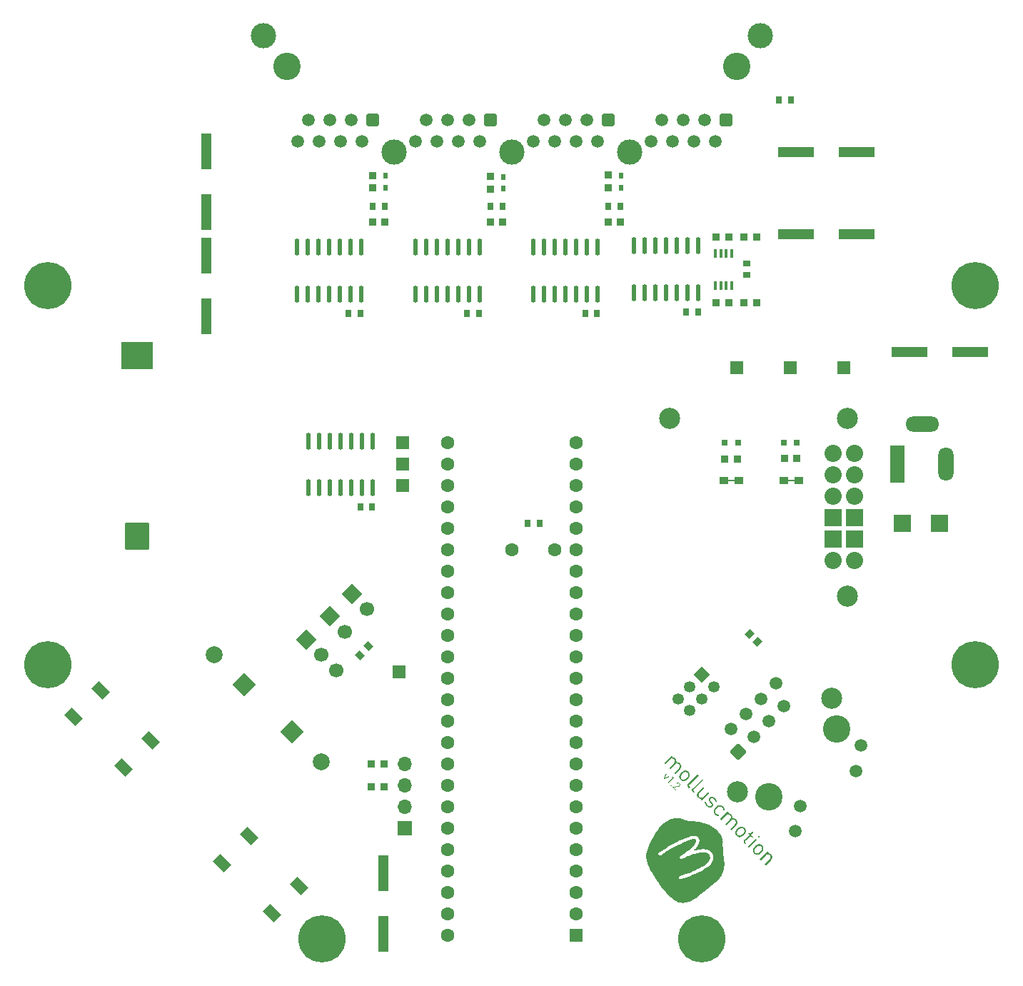
<source format=gbr>
%TF.GenerationSoftware,KiCad,Pcbnew,7.0.5-0*%
%TF.CreationDate,2024-01-08T12:29:38+01:00*%
%TF.ProjectId,mollusc_motion_board,6d6f6c6c-7573-4635-9f6d-6f74696f6e5f,rev?*%
%TF.SameCoordinates,Original*%
%TF.FileFunction,Soldermask,Top*%
%TF.FilePolarity,Negative*%
%FSLAX46Y46*%
G04 Gerber Fmt 4.6, Leading zero omitted, Abs format (unit mm)*
G04 Created by KiCad (PCBNEW 7.0.5-0) date 2024-01-08 12:29:38*
%MOMM*%
%LPD*%
G01*
G04 APERTURE LIST*
G04 Aperture macros list*
%AMRoundRect*
0 Rectangle with rounded corners*
0 $1 Rounding radius*
0 $2 $3 $4 $5 $6 $7 $8 $9 X,Y pos of 4 corners*
0 Add a 4 corners polygon primitive as box body*
4,1,4,$2,$3,$4,$5,$6,$7,$8,$9,$2,$3,0*
0 Add four circle primitives for the rounded corners*
1,1,$1+$1,$2,$3*
1,1,$1+$1,$4,$5*
1,1,$1+$1,$6,$7*
1,1,$1+$1,$8,$9*
0 Add four rect primitives between the rounded corners*
20,1,$1+$1,$2,$3,$4,$5,0*
20,1,$1+$1,$4,$5,$6,$7,0*
20,1,$1+$1,$6,$7,$8,$9,0*
20,1,$1+$1,$8,$9,$2,$3,0*%
%AMHorizOval*
0 Thick line with rounded ends*
0 $1 width*
0 $2 $3 position (X,Y) of the first rounded end (center of the circle)*
0 $4 $5 position (X,Y) of the second rounded end (center of the circle)*
0 Add line between two ends*
20,1,$1,$2,$3,$4,$5,0*
0 Add two circle primitives to create the rounded ends*
1,1,$1,$2,$3*
1,1,$1,$4,$5*%
%AMRotRect*
0 Rectangle, with rotation*
0 The origin of the aperture is its center*
0 $1 length*
0 $2 width*
0 $3 Rotation angle, in degrees counterclockwise*
0 Add horizontal line*
21,1,$1,$2,0,0,$3*%
%AMFreePoly0*
4,1,5,0.304674,-0.241351,-0.304928,-0.241351,-0.304928,0.241250,0.304674,0.241250,0.304674,-0.241351,0.304674,-0.241351,$1*%
%AMFreePoly1*
4,1,5,0.304674,-0.241199,-0.304928,-0.241199,-0.304928,0.241402,0.304674,0.241402,0.304674,-0.241199,0.304674,-0.241199,$1*%
G04 Aperture macros list end*
%ADD10C,0.000000*%
%ADD11R,0.806477X0.864008*%
%ADD12O,0.573990X2.037998*%
%ADD13FreePoly0,90.000000*%
%ADD14FreePoly1,90.000000*%
%ADD15R,1.500000X1.500000*%
%ADD16R,4.300000X1.259995*%
%ADD17R,0.800000X0.800000*%
%ADD18R,0.864008X0.806477*%
%ADD19RoundRect,0.102000X1.800000X1.500000X-1.800000X1.500000X-1.800000X-1.500000X1.800000X-1.500000X0*%
%ADD20RoundRect,0.102000X1.300000X1.500000X-1.300000X1.500000X-1.300000X-1.500000X1.300000X-1.500000X0*%
%ADD21C,5.600000*%
%ADD22RotRect,2.000000X2.000000X135.000000*%
%ADD23C,2.000000*%
%ADD24R,1.016000X0.889000*%
%ADD25RotRect,1.700000X1.700000X45.000000*%
%ADD26HorizOval,1.700000X0.000000X0.000000X0.000000X0.000000X0*%
%ADD27R,0.800000X0.900000*%
%ADD28R,1.700000X1.700000*%
%ADD29O,1.700000X1.700000*%
%ADD30C,2.500000*%
%ADD31C,2.040000*%
%ADD32R,2.040000X2.040000*%
%ADD33R,1.600000X1.600000*%
%ADD34C,1.600000*%
%ADD35R,1.259995X4.300000*%
%ADD36RotRect,1.350000X1.350000X315.000000*%
%ADD37HorizOval,1.350000X0.000000X0.000000X0.000000X0.000000X0*%
%ADD38R,1.800000X4.400000*%
%ADD39O,1.800000X4.000000*%
%ADD40O,4.000000X1.800000*%
%ADD41R,2.000000X2.000000*%
%ADD42RotRect,0.806477X0.864008X45.000000*%
%ADD43R,0.900000X0.800000*%
%ADD44RotRect,0.800000X0.900000X135.000000*%
%ADD45RotRect,1.900000X1.300000X135.000000*%
%ADD46C,3.250000*%
%ADD47RoundRect,0.250500X0.499500X0.499500X-0.499500X0.499500X-0.499500X-0.499500X0.499500X-0.499500X0*%
%ADD48C,1.500000*%
%ADD49C,3.000000*%
%ADD50RoundRect,0.250500X0.000000X-0.706400X0.706400X0.000000X0.000000X0.706400X-0.706400X0.000000X0*%
%ADD51RotRect,2.000000X2.000000X315.000000*%
%ADD52R,0.400000X1.100000*%
G04 APERTURE END LIST*
D10*
G36*
X-31250762Y-60637401D02*
G01*
X-31230854Y-60639450D01*
X-31210863Y-60642568D01*
X-31190812Y-60646745D01*
X-31170724Y-60651972D01*
X-31150620Y-60658237D01*
X-31130523Y-60665531D01*
X-31110455Y-60673845D01*
X-31090439Y-60683168D01*
X-31070496Y-60693491D01*
X-31050649Y-60704803D01*
X-31030921Y-60717095D01*
X-30991907Y-60744578D01*
X-30953634Y-60775860D01*
X-30916280Y-60810862D01*
X-30892255Y-60835636D01*
X-30869322Y-60860821D01*
X-30847520Y-60886391D01*
X-30826886Y-60912317D01*
X-30807459Y-60938573D01*
X-30789276Y-60965130D01*
X-30772377Y-60991961D01*
X-30756798Y-61019038D01*
X-30742578Y-61046333D01*
X-30729756Y-61073819D01*
X-30718370Y-61101468D01*
X-30708457Y-61129252D01*
X-30700056Y-61157144D01*
X-30693206Y-61185116D01*
X-30687943Y-61213141D01*
X-30684307Y-61241190D01*
X-30860178Y-61241254D01*
X-30863521Y-61219607D01*
X-30867943Y-61198183D01*
X-30873424Y-61176985D01*
X-30879946Y-61156016D01*
X-30887489Y-61135279D01*
X-30896034Y-61114775D01*
X-30905561Y-61094507D01*
X-30916052Y-61074479D01*
X-30927486Y-61054691D01*
X-30939844Y-61035147D01*
X-30953108Y-61015850D01*
X-30967258Y-60996801D01*
X-30982274Y-60978004D01*
X-30998138Y-60959461D01*
X-31014829Y-60941174D01*
X-31032329Y-60923145D01*
X-31044939Y-60910874D01*
X-31057511Y-60899312D01*
X-31070038Y-60888458D01*
X-31082517Y-60878307D01*
X-31094941Y-60868858D01*
X-31107304Y-60860108D01*
X-31119602Y-60852054D01*
X-31131828Y-60844693D01*
X-31143978Y-60838023D01*
X-31156046Y-60832040D01*
X-31168026Y-60826743D01*
X-31179913Y-60822128D01*
X-31191702Y-60818193D01*
X-31203387Y-60814935D01*
X-31214962Y-60812351D01*
X-31226422Y-60810438D01*
X-31237761Y-60809194D01*
X-31248975Y-60808616D01*
X-31260057Y-60808701D01*
X-31271002Y-60809447D01*
X-31281805Y-60810851D01*
X-31292460Y-60812910D01*
X-31302962Y-60815621D01*
X-31313305Y-60818982D01*
X-31323484Y-60822989D01*
X-31333493Y-60827641D01*
X-31343327Y-60832934D01*
X-31352980Y-60838866D01*
X-31362447Y-60845434D01*
X-31371722Y-60852635D01*
X-31380800Y-60860466D01*
X-31389676Y-60868926D01*
X-31403493Y-60883808D01*
X-31415466Y-60899029D01*
X-31420748Y-60906776D01*
X-31425551Y-60914618D01*
X-31429870Y-60922561D01*
X-31433699Y-60930606D01*
X-31437033Y-60938759D01*
X-31439865Y-60947023D01*
X-31442190Y-60955401D01*
X-31444001Y-60963898D01*
X-31445294Y-60972517D01*
X-31446062Y-60981263D01*
X-31446299Y-60990137D01*
X-31445999Y-60999146D01*
X-31445157Y-61008291D01*
X-31443767Y-61017578D01*
X-31441823Y-61027009D01*
X-31439319Y-61036589D01*
X-31436250Y-61046321D01*
X-31432608Y-61056209D01*
X-31428390Y-61066257D01*
X-31423588Y-61076468D01*
X-31418198Y-61086847D01*
X-31412212Y-61097397D01*
X-31398433Y-61119025D01*
X-31382205Y-61141382D01*
X-31363480Y-61164499D01*
X-31228726Y-61325447D01*
X-31202529Y-61358368D01*
X-31178795Y-61391209D01*
X-31157704Y-61423975D01*
X-31139436Y-61456672D01*
X-31131418Y-61472995D01*
X-31124173Y-61489304D01*
X-31117725Y-61505597D01*
X-31112095Y-61521876D01*
X-31107307Y-61538142D01*
X-31103383Y-61554395D01*
X-31100346Y-61570635D01*
X-31098217Y-61586865D01*
X-31097021Y-61603083D01*
X-31096779Y-61619291D01*
X-31097513Y-61635489D01*
X-31099248Y-61651679D01*
X-31102004Y-61667860D01*
X-31105806Y-61684034D01*
X-31110674Y-61700201D01*
X-31116633Y-61716361D01*
X-31123704Y-61732516D01*
X-31131909Y-61748666D01*
X-31141273Y-61764811D01*
X-31151817Y-61780953D01*
X-31163564Y-61797092D01*
X-31176536Y-61813228D01*
X-31190756Y-61829363D01*
X-31206247Y-61845497D01*
X-31223133Y-61861500D01*
X-31240449Y-61876186D01*
X-31258175Y-61889565D01*
X-31276290Y-61901645D01*
X-31294776Y-61912437D01*
X-31313611Y-61921951D01*
X-31332777Y-61930195D01*
X-31352252Y-61937180D01*
X-31372019Y-61942915D01*
X-31392056Y-61947409D01*
X-31412343Y-61950673D01*
X-31432862Y-61952716D01*
X-31453591Y-61953547D01*
X-31474512Y-61953177D01*
X-31495604Y-61951614D01*
X-31516847Y-61948868D01*
X-31538222Y-61944949D01*
X-31559708Y-61939867D01*
X-31581286Y-61933631D01*
X-31602936Y-61926251D01*
X-31624639Y-61917736D01*
X-31646373Y-61908096D01*
X-31668120Y-61897341D01*
X-31689859Y-61885479D01*
X-31733235Y-61858477D01*
X-31776343Y-61827168D01*
X-31819023Y-61791626D01*
X-31861116Y-61751931D01*
X-31889417Y-61722785D01*
X-31916077Y-61693538D01*
X-31941076Y-61664134D01*
X-31964395Y-61634514D01*
X-31986016Y-61604620D01*
X-32005918Y-61574396D01*
X-32024082Y-61543783D01*
X-32040490Y-61512723D01*
X-32055121Y-61481160D01*
X-32067958Y-61449035D01*
X-32078979Y-61416290D01*
X-32088166Y-61382869D01*
X-32095500Y-61348713D01*
X-32100962Y-61313765D01*
X-32104531Y-61277968D01*
X-32106190Y-61241262D01*
X-31926539Y-61241194D01*
X-31926400Y-61269029D01*
X-31924591Y-61296388D01*
X-31921153Y-61323277D01*
X-31916128Y-61349707D01*
X-31909557Y-61375685D01*
X-31901481Y-61401221D01*
X-31891940Y-61426322D01*
X-31880976Y-61450997D01*
X-31868630Y-61475256D01*
X-31854943Y-61499107D01*
X-31839956Y-61522557D01*
X-31823710Y-61545617D01*
X-31806246Y-61568294D01*
X-31787606Y-61590597D01*
X-31767829Y-61612535D01*
X-31746958Y-61634116D01*
X-31718603Y-61661199D01*
X-31690386Y-61685600D01*
X-31676345Y-61696778D01*
X-31662359Y-61707266D01*
X-31648433Y-61717058D01*
X-31634574Y-61726146D01*
X-31620789Y-61734525D01*
X-31607085Y-61742188D01*
X-31593467Y-61749128D01*
X-31579942Y-61755340D01*
X-31566517Y-61760815D01*
X-31553199Y-61765548D01*
X-31539993Y-61769533D01*
X-31526907Y-61772762D01*
X-31513947Y-61775230D01*
X-31501120Y-61776930D01*
X-31488432Y-61777854D01*
X-31475889Y-61777998D01*
X-31463498Y-61777354D01*
X-31451266Y-61775915D01*
X-31439200Y-61773676D01*
X-31427305Y-61770629D01*
X-31415588Y-61766769D01*
X-31404056Y-61762088D01*
X-31392716Y-61756580D01*
X-31381573Y-61750239D01*
X-31370635Y-61743058D01*
X-31359908Y-61735031D01*
X-31349399Y-61726151D01*
X-31339114Y-61716411D01*
X-31324993Y-61701188D01*
X-31318662Y-61693472D01*
X-31312821Y-61685683D01*
X-31307473Y-61677818D01*
X-31302619Y-61669877D01*
X-31298261Y-61661855D01*
X-31294403Y-61653751D01*
X-31291047Y-61645562D01*
X-31288195Y-61637285D01*
X-31285850Y-61628920D01*
X-31284013Y-61620462D01*
X-31282687Y-61611910D01*
X-31281875Y-61603262D01*
X-31281579Y-61594514D01*
X-31281802Y-61585665D01*
X-31282545Y-61576712D01*
X-31283812Y-61567653D01*
X-31285604Y-61558485D01*
X-31287924Y-61549206D01*
X-31290774Y-61539814D01*
X-31294157Y-61530306D01*
X-31298076Y-61520679D01*
X-31302531Y-61510933D01*
X-31307527Y-61501063D01*
X-31313065Y-61491068D01*
X-31325777Y-61470692D01*
X-31340687Y-61449786D01*
X-31357814Y-61428331D01*
X-31496283Y-61263669D01*
X-31525387Y-61227408D01*
X-31538617Y-61209445D01*
X-31550962Y-61191594D01*
X-31562418Y-61173857D01*
X-31572981Y-61156234D01*
X-31582650Y-61138727D01*
X-31591421Y-61121337D01*
X-31599291Y-61104065D01*
X-31606256Y-61086911D01*
X-31612314Y-61069877D01*
X-31617462Y-61052964D01*
X-31621695Y-61036173D01*
X-31625012Y-61019505D01*
X-31627409Y-61002961D01*
X-31628882Y-60986541D01*
X-31629430Y-60970248D01*
X-31629048Y-60954082D01*
X-31627733Y-60938043D01*
X-31625483Y-60922134D01*
X-31622294Y-60906355D01*
X-31618164Y-60890707D01*
X-31613088Y-60875191D01*
X-31607064Y-60859808D01*
X-31600089Y-60844560D01*
X-31592160Y-60829446D01*
X-31583273Y-60814469D01*
X-31573425Y-60799630D01*
X-31562614Y-60784928D01*
X-31550835Y-60770366D01*
X-31538087Y-60755945D01*
X-31524366Y-60741664D01*
X-31508365Y-60726491D01*
X-31491947Y-60712536D01*
X-31475136Y-60699788D01*
X-31457952Y-60688237D01*
X-31440419Y-60677875D01*
X-31422559Y-60668690D01*
X-31404394Y-60660674D01*
X-31385945Y-60653816D01*
X-31367237Y-60648105D01*
X-31348290Y-60643533D01*
X-31329127Y-60640090D01*
X-31309771Y-60637765D01*
X-31290243Y-60636548D01*
X-31270566Y-60636430D01*
X-31250762Y-60637401D01*
G37*
G36*
X-34379716Y-57533675D02*
G01*
X-34355832Y-57535350D01*
X-34331959Y-57538175D01*
X-34308124Y-57542177D01*
X-34284354Y-57547385D01*
X-34260677Y-57553826D01*
X-34237120Y-57561527D01*
X-34213710Y-57570517D01*
X-34190475Y-57580822D01*
X-34167442Y-57592471D01*
X-34144639Y-57605490D01*
X-34122094Y-57619908D01*
X-34099832Y-57635752D01*
X-34077883Y-57653050D01*
X-34056272Y-57671829D01*
X-34035029Y-57692117D01*
X-34014741Y-57713361D01*
X-33995962Y-57734972D01*
X-33978664Y-57756922D01*
X-33962820Y-57779183D01*
X-33948402Y-57801729D01*
X-33935382Y-57824532D01*
X-33923734Y-57847565D01*
X-33913429Y-57870799D01*
X-33904439Y-57894209D01*
X-33896738Y-57917766D01*
X-33890297Y-57941443D01*
X-33885090Y-57965212D01*
X-33881087Y-57989047D01*
X-33878263Y-58012919D01*
X-33876589Y-58036801D01*
X-33876037Y-58060667D01*
X-33876530Y-58078269D01*
X-33877644Y-58095636D01*
X-33879366Y-58112775D01*
X-33881681Y-58129691D01*
X-33884576Y-58146392D01*
X-33888037Y-58162884D01*
X-33896598Y-58195266D01*
X-33907253Y-58226890D01*
X-33919888Y-58257809D01*
X-33934393Y-58288074D01*
X-33950654Y-58317738D01*
X-33968559Y-58346853D01*
X-33987995Y-58375472D01*
X-34008851Y-58403645D01*
X-34031015Y-58431426D01*
X-34054372Y-58458867D01*
X-34078813Y-58486020D01*
X-34104223Y-58512937D01*
X-34130491Y-58539671D01*
X-34157224Y-58565938D01*
X-34184141Y-58591348D01*
X-34211293Y-58615787D01*
X-34238734Y-58639144D01*
X-34266514Y-58661307D01*
X-34294686Y-58682161D01*
X-34323302Y-58701596D01*
X-34352414Y-58719498D01*
X-34382075Y-58735756D01*
X-34412336Y-58750257D01*
X-34443249Y-58762887D01*
X-34474867Y-58773536D01*
X-34507242Y-58782090D01*
X-34540426Y-58788437D01*
X-34574471Y-58792465D01*
X-34609428Y-58794060D01*
X-34633294Y-58793508D01*
X-34657178Y-58791834D01*
X-34681050Y-58789009D01*
X-34704885Y-58785006D01*
X-34728655Y-58779798D01*
X-34752332Y-58773358D01*
X-34775889Y-58765656D01*
X-34799298Y-58756667D01*
X-34822533Y-58746361D01*
X-34845565Y-58734713D01*
X-34868368Y-58721693D01*
X-34890914Y-58707276D01*
X-34913176Y-58691431D01*
X-34935125Y-58674134D01*
X-34956736Y-58655355D01*
X-34977980Y-58635067D01*
X-34998268Y-58613823D01*
X-35017046Y-58592212D01*
X-35034344Y-58570263D01*
X-35050188Y-58548001D01*
X-35064606Y-58525455D01*
X-35077625Y-58502652D01*
X-35089274Y-58479620D01*
X-35099579Y-58456385D01*
X-35108569Y-58432976D01*
X-35116271Y-58409419D01*
X-35122712Y-58385742D01*
X-35127920Y-58361972D01*
X-35131922Y-58338137D01*
X-35134747Y-58314263D01*
X-35136422Y-58290380D01*
X-35136627Y-58281503D01*
X-34957388Y-58281503D01*
X-34956995Y-58297584D01*
X-34955816Y-58313560D01*
X-34953854Y-58329412D01*
X-34951112Y-58345120D01*
X-34947592Y-58360665D01*
X-34943297Y-58376028D01*
X-34938229Y-58391190D01*
X-34932391Y-58406130D01*
X-34925786Y-58420830D01*
X-34918416Y-58435269D01*
X-34910284Y-58449430D01*
X-34901392Y-58463291D01*
X-34891743Y-58476835D01*
X-34881339Y-58490041D01*
X-34870184Y-58502890D01*
X-34858279Y-58515363D01*
X-34845784Y-58527290D01*
X-34832874Y-58538506D01*
X-34819574Y-58549004D01*
X-34805910Y-58558774D01*
X-34791905Y-58567809D01*
X-34777585Y-58576102D01*
X-34762974Y-58583642D01*
X-34748098Y-58590424D01*
X-34732981Y-58596438D01*
X-34717649Y-58601676D01*
X-34702127Y-58606131D01*
X-34686438Y-58609794D01*
X-34670609Y-58612657D01*
X-34654664Y-58614712D01*
X-34638627Y-58615951D01*
X-34622525Y-58616366D01*
X-34609936Y-58616052D01*
X-34597435Y-58615123D01*
X-34585024Y-58613599D01*
X-34572701Y-58611503D01*
X-34560468Y-58608855D01*
X-34548325Y-58605675D01*
X-34536272Y-58601985D01*
X-34524309Y-58597806D01*
X-34512437Y-58593158D01*
X-34500656Y-58588062D01*
X-34477369Y-58576611D01*
X-34454451Y-58563621D01*
X-34431903Y-58549257D01*
X-34409729Y-58533687D01*
X-34387930Y-58517079D01*
X-34366510Y-58499600D01*
X-34345472Y-58481416D01*
X-34324817Y-58462695D01*
X-34304548Y-58443605D01*
X-34265180Y-58404981D01*
X-34226554Y-58365611D01*
X-34207460Y-58345339D01*
X-34188736Y-58324681D01*
X-34170548Y-58303638D01*
X-34153064Y-58282214D01*
X-34136453Y-58260411D01*
X-34120880Y-58238234D01*
X-34106514Y-58215683D01*
X-34093522Y-58192762D01*
X-34082071Y-58169475D01*
X-34072329Y-58145824D01*
X-34064463Y-58121811D01*
X-34061286Y-58109670D01*
X-34058641Y-58097440D01*
X-34056549Y-58085121D01*
X-34055030Y-58072714D01*
X-34054106Y-58060218D01*
X-34053798Y-58047635D01*
X-34054201Y-58031522D01*
X-34055432Y-58015478D01*
X-34057481Y-57999528D01*
X-34060340Y-57983695D01*
X-34064002Y-57968005D01*
X-34068457Y-57952483D01*
X-34073697Y-57937153D01*
X-34079714Y-57922039D01*
X-34086498Y-57907166D01*
X-34094043Y-57892560D01*
X-34102339Y-57878244D01*
X-34111378Y-57864243D01*
X-34121152Y-57850582D01*
X-34131652Y-57837286D01*
X-34142870Y-57824379D01*
X-34154797Y-57811885D01*
X-34167270Y-57799979D01*
X-34180117Y-57788821D01*
X-34193321Y-57778413D01*
X-34206861Y-57768760D01*
X-34220718Y-57759864D01*
X-34234875Y-57751727D01*
X-34249311Y-57744353D01*
X-34264007Y-57737745D01*
X-34278944Y-57731904D01*
X-34294104Y-57726835D01*
X-34309467Y-57722540D01*
X-34325014Y-57719021D01*
X-34340726Y-57716282D01*
X-34356584Y-57714326D01*
X-34372568Y-57713154D01*
X-34388661Y-57712771D01*
X-34401249Y-57713075D01*
X-34413760Y-57713983D01*
X-34426193Y-57715477D01*
X-34438546Y-57717535D01*
X-34450819Y-57720137D01*
X-34463010Y-57723264D01*
X-34475118Y-57726895D01*
X-34487143Y-57731009D01*
X-34510937Y-57740608D01*
X-34534383Y-57751900D01*
X-34557474Y-57764722D01*
X-34580201Y-57778912D01*
X-34602555Y-57794308D01*
X-34624528Y-57810749D01*
X-34646112Y-57828073D01*
X-34667298Y-57846118D01*
X-34688077Y-57864722D01*
X-34708442Y-57883722D01*
X-34747895Y-57922267D01*
X-34786436Y-57961716D01*
X-34805434Y-57982078D01*
X-34824034Y-58002854D01*
X-34842074Y-58024036D01*
X-34859394Y-58045615D01*
X-34875831Y-58067584D01*
X-34891224Y-58089935D01*
X-34905411Y-58112659D01*
X-34918231Y-58135749D01*
X-34929522Y-58159196D01*
X-34939123Y-58182991D01*
X-34946871Y-58207128D01*
X-34950000Y-58219322D01*
X-34952606Y-58231598D01*
X-34954668Y-58243955D01*
X-34956166Y-58256392D01*
X-34957079Y-58268908D01*
X-34957388Y-58281503D01*
X-35136627Y-58281503D01*
X-35136974Y-58266513D01*
X-35136487Y-58248917D01*
X-35135378Y-58231556D01*
X-35133661Y-58214423D01*
X-35131351Y-58197511D01*
X-35128460Y-58180815D01*
X-35125004Y-58164328D01*
X-35116450Y-58131953D01*
X-35105801Y-58100336D01*
X-35093170Y-58069423D01*
X-35078670Y-58039162D01*
X-35062412Y-58009502D01*
X-35044509Y-57980390D01*
X-35025074Y-57951774D01*
X-35004219Y-57923602D01*
X-34982057Y-57895823D01*
X-34958700Y-57868383D01*
X-34934260Y-57841231D01*
X-34908850Y-57814314D01*
X-34882582Y-57787581D01*
X-34855849Y-57761313D01*
X-34828932Y-57735903D01*
X-34801779Y-57711462D01*
X-34774338Y-57688104D01*
X-34746557Y-57665941D01*
X-34718384Y-57645085D01*
X-34689766Y-57625648D01*
X-34660651Y-57607742D01*
X-34630988Y-57591481D01*
X-34600723Y-57576976D01*
X-34569804Y-57564340D01*
X-34538180Y-57553685D01*
X-34505798Y-57545123D01*
X-34472606Y-57538768D01*
X-34438551Y-57534730D01*
X-34403582Y-57533123D01*
X-34379716Y-57533675D01*
G37*
G36*
X-29240003Y-62509689D02*
G01*
X-29341004Y-62610688D01*
X-29314833Y-62609681D01*
X-29288946Y-62610142D01*
X-29263364Y-62612049D01*
X-29238110Y-62615379D01*
X-29213205Y-62620111D01*
X-29188672Y-62626224D01*
X-29164534Y-62633694D01*
X-29140811Y-62642502D01*
X-29117527Y-62652624D01*
X-29094703Y-62664040D01*
X-29072362Y-62676727D01*
X-29050526Y-62690664D01*
X-29029216Y-62705829D01*
X-29008456Y-62722200D01*
X-28988267Y-62739756D01*
X-28968672Y-62758474D01*
X-28945767Y-62782605D01*
X-28924764Y-62807279D01*
X-28905679Y-62832469D01*
X-28888528Y-62858148D01*
X-28873329Y-62884288D01*
X-28860097Y-62910862D01*
X-28848849Y-62937841D01*
X-28839603Y-62965200D01*
X-28832374Y-62992910D01*
X-28827178Y-63020944D01*
X-28824034Y-63049274D01*
X-28822957Y-63077872D01*
X-28823963Y-63106713D01*
X-28827070Y-63135766D01*
X-28832294Y-63165006D01*
X-28839652Y-63194405D01*
X-28807572Y-63189729D01*
X-28775899Y-63186937D01*
X-28744649Y-63186027D01*
X-28713834Y-63186995D01*
X-28683469Y-63189839D01*
X-28653566Y-63194556D01*
X-28624141Y-63201142D01*
X-28595207Y-63209595D01*
X-28566778Y-63219913D01*
X-28538867Y-63232091D01*
X-28511489Y-63246127D01*
X-28484657Y-63262018D01*
X-28458385Y-63279761D01*
X-28432687Y-63299353D01*
X-28407577Y-63320792D01*
X-28383069Y-63344073D01*
X-28365055Y-63362829D01*
X-28348181Y-63381912D01*
X-28332446Y-63401293D01*
X-28317850Y-63420945D01*
X-28304394Y-63440840D01*
X-28292077Y-63460949D01*
X-28280899Y-63481246D01*
X-28270861Y-63501702D01*
X-28261962Y-63522289D01*
X-28254202Y-63542979D01*
X-28247582Y-63563745D01*
X-28242101Y-63584559D01*
X-28237759Y-63605393D01*
X-28234557Y-63626218D01*
X-28232494Y-63647007D01*
X-28231570Y-63667733D01*
X-28231851Y-63691826D01*
X-28233405Y-63715695D01*
X-28236231Y-63739335D01*
X-28240329Y-63762740D01*
X-28245699Y-63785904D01*
X-28252341Y-63808823D01*
X-28260256Y-63831490D01*
X-28269443Y-63853900D01*
X-28279901Y-63876047D01*
X-28291633Y-63897926D01*
X-28304636Y-63919531D01*
X-28318911Y-63940857D01*
X-28334459Y-63961898D01*
X-28351279Y-63982648D01*
X-28369371Y-64003102D01*
X-28388735Y-64023255D01*
X-28978056Y-64612576D01*
X-29112810Y-64477821D01*
X-28545906Y-63910915D01*
X-28531138Y-63895635D01*
X-28517350Y-63880318D01*
X-28504536Y-63864972D01*
X-28492689Y-63849604D01*
X-28481803Y-63834221D01*
X-28471870Y-63818830D01*
X-28462886Y-63803439D01*
X-28454842Y-63788055D01*
X-28447733Y-63772684D01*
X-28441552Y-63757334D01*
X-28436292Y-63742013D01*
X-28431947Y-63726727D01*
X-28428511Y-63711484D01*
X-28425978Y-63696290D01*
X-28424339Y-63681153D01*
X-28423590Y-63666080D01*
X-28423723Y-63651078D01*
X-28424732Y-63636155D01*
X-28426611Y-63621317D01*
X-28429353Y-63606572D01*
X-28432951Y-63591927D01*
X-28437400Y-63577389D01*
X-28442692Y-63562965D01*
X-28448821Y-63548662D01*
X-28455780Y-63534488D01*
X-28463564Y-63520450D01*
X-28472165Y-63506555D01*
X-28481577Y-63492809D01*
X-28491793Y-63479221D01*
X-28502808Y-63465798D01*
X-28514614Y-63452546D01*
X-28527205Y-63439473D01*
X-28539962Y-63427208D01*
X-28552966Y-63415674D01*
X-28566206Y-63404875D01*
X-28579665Y-63394818D01*
X-28593330Y-63385509D01*
X-28607185Y-63376955D01*
X-28621218Y-63369162D01*
X-28635413Y-63362135D01*
X-28649756Y-63355881D01*
X-28664233Y-63350406D01*
X-28678829Y-63345716D01*
X-28693530Y-63341817D01*
X-28708322Y-63338716D01*
X-28723189Y-63336419D01*
X-28738119Y-63334932D01*
X-28753096Y-63334261D01*
X-28768105Y-63334412D01*
X-28783134Y-63335391D01*
X-28798167Y-63337205D01*
X-28813189Y-63339860D01*
X-28828187Y-63343361D01*
X-28843147Y-63347716D01*
X-28858053Y-63352930D01*
X-28872891Y-63359009D01*
X-28887647Y-63365960D01*
X-28902307Y-63373788D01*
X-28916857Y-63382501D01*
X-28931281Y-63392103D01*
X-28945565Y-63402602D01*
X-28959696Y-63414003D01*
X-28973658Y-63426313D01*
X-28987438Y-63439537D01*
X-29569266Y-64021365D01*
X-29703953Y-63886680D01*
X-29137048Y-63319777D01*
X-29122280Y-63304496D01*
X-29108493Y-63289179D01*
X-29095680Y-63273832D01*
X-29083834Y-63258463D01*
X-29072949Y-63243078D01*
X-29063018Y-63227686D01*
X-29054036Y-63212293D01*
X-29045994Y-63196906D01*
X-29038887Y-63181533D01*
X-29032709Y-63166181D01*
X-29027452Y-63150857D01*
X-29023110Y-63135569D01*
X-29019677Y-63120322D01*
X-29017146Y-63105125D01*
X-29015511Y-63089985D01*
X-29014764Y-63074909D01*
X-29014901Y-63059905D01*
X-29015913Y-63044978D01*
X-29017795Y-63030138D01*
X-29020539Y-63015390D01*
X-29024140Y-63000742D01*
X-29028592Y-62986201D01*
X-29033886Y-62971774D01*
X-29040017Y-62957469D01*
X-29046979Y-62943293D01*
X-29054764Y-62929253D01*
X-29063367Y-62915356D01*
X-29072781Y-62901609D01*
X-29082998Y-62888020D01*
X-29094014Y-62874596D01*
X-29105821Y-62861343D01*
X-29118412Y-62848270D01*
X-29131495Y-62835679D01*
X-29144789Y-62823862D01*
X-29158283Y-62812826D01*
X-29171967Y-62802578D01*
X-29185833Y-62793124D01*
X-29199870Y-62784472D01*
X-29214069Y-62776627D01*
X-29228420Y-62769598D01*
X-29242914Y-62763391D01*
X-29257541Y-62758012D01*
X-29272292Y-62753470D01*
X-29287156Y-62749769D01*
X-29302125Y-62746918D01*
X-29317188Y-62744924D01*
X-29332337Y-62743792D01*
X-29347561Y-62743530D01*
X-29362850Y-62744146D01*
X-29378196Y-62745644D01*
X-29393589Y-62748034D01*
X-29409019Y-62751321D01*
X-29424476Y-62755512D01*
X-29439951Y-62760614D01*
X-29455434Y-62766634D01*
X-29470916Y-62773579D01*
X-29486387Y-62781456D01*
X-29501837Y-62790271D01*
X-29517257Y-62800032D01*
X-29532637Y-62810745D01*
X-29547968Y-62822417D01*
X-29563240Y-62835055D01*
X-29578444Y-62848666D01*
X-29593569Y-62863256D01*
X-30160474Y-63430159D01*
X-30295163Y-63295469D01*
X-29374693Y-62374999D01*
X-29240003Y-62509689D01*
G37*
G36*
X-35827163Y-58307172D02*
G01*
X-35761478Y-58372857D01*
X-36411004Y-59022386D01*
X-36476689Y-58956700D01*
X-35900144Y-58380156D01*
X-36128209Y-58365558D01*
X-36053405Y-58290756D01*
X-35827163Y-58307172D01*
G37*
G36*
X-35260920Y-58950492D02*
G01*
X-35249214Y-58951400D01*
X-35237516Y-58952930D01*
X-35225843Y-58955085D01*
X-35214208Y-58957867D01*
X-35202625Y-58961280D01*
X-35191109Y-58965324D01*
X-35179673Y-58970004D01*
X-35168332Y-58975321D01*
X-35157100Y-58981278D01*
X-35145991Y-58987877D01*
X-35135020Y-58995121D01*
X-35124201Y-59003013D01*
X-35113547Y-59011554D01*
X-35103074Y-59020748D01*
X-35092795Y-59030597D01*
X-35083091Y-59040700D01*
X-35073992Y-59050989D01*
X-35065500Y-59061450D01*
X-35057616Y-59072072D01*
X-35050341Y-59082843D01*
X-35043677Y-59093749D01*
X-35037625Y-59104779D01*
X-35032186Y-59115921D01*
X-35027363Y-59127161D01*
X-35023155Y-59138488D01*
X-35019564Y-59149889D01*
X-35016592Y-59161351D01*
X-35014241Y-59172864D01*
X-35012510Y-59184413D01*
X-35011403Y-59195987D01*
X-35010919Y-59207573D01*
X-35011061Y-59219160D01*
X-35011830Y-59230734D01*
X-35013226Y-59242283D01*
X-35015252Y-59253796D01*
X-35017909Y-59265258D01*
X-35021198Y-59276660D01*
X-35025120Y-59287986D01*
X-35029677Y-59299227D01*
X-35034870Y-59310368D01*
X-35040701Y-59321399D01*
X-35047170Y-59332305D01*
X-35054280Y-59343076D01*
X-35062030Y-59353699D01*
X-35070424Y-59364160D01*
X-35079462Y-59374449D01*
X-35089145Y-59384552D01*
X-35098882Y-59393903D01*
X-35108623Y-59402481D01*
X-35118419Y-59410326D01*
X-35128316Y-59417479D01*
X-35138362Y-59423981D01*
X-35148606Y-59429870D01*
X-35159096Y-59435187D01*
X-35169881Y-59439972D01*
X-35181007Y-59444265D01*
X-35192523Y-59448107D01*
X-35204478Y-59451537D01*
X-35216919Y-59454596D01*
X-35229895Y-59457323D01*
X-35243453Y-59459758D01*
X-35257642Y-59461943D01*
X-35272509Y-59463916D01*
X-35789758Y-59526864D01*
X-35510607Y-59806014D01*
X-35568991Y-59864400D01*
X-35927508Y-59505879D01*
X-35869124Y-59447497D01*
X-35287104Y-59378166D01*
X-35276689Y-59376688D01*
X-35266641Y-59374982D01*
X-35256943Y-59373033D01*
X-35247578Y-59370826D01*
X-35238528Y-59368346D01*
X-35229776Y-59365579D01*
X-35221305Y-59362510D01*
X-35213097Y-59359123D01*
X-35205134Y-59355406D01*
X-35197401Y-59351343D01*
X-35189878Y-59346918D01*
X-35182550Y-59342118D01*
X-35175398Y-59336928D01*
X-35168405Y-59331334D01*
X-35161553Y-59325319D01*
X-35154826Y-59318871D01*
X-35148434Y-59312233D01*
X-35142428Y-59305495D01*
X-35136811Y-59298663D01*
X-35131584Y-59291744D01*
X-35126749Y-59284743D01*
X-35122308Y-59277669D01*
X-35118264Y-59270526D01*
X-35114616Y-59263323D01*
X-35111369Y-59256064D01*
X-35108523Y-59248757D01*
X-35106080Y-59241409D01*
X-35104042Y-59234025D01*
X-35102411Y-59226612D01*
X-35101189Y-59219178D01*
X-35100378Y-59211727D01*
X-35099979Y-59204267D01*
X-35099994Y-59196805D01*
X-35100425Y-59189346D01*
X-35101274Y-59181898D01*
X-35102543Y-59174467D01*
X-35104233Y-59167059D01*
X-35106347Y-59159681D01*
X-35108886Y-59152340D01*
X-35111853Y-59145041D01*
X-35115248Y-59137792D01*
X-35119074Y-59130599D01*
X-35123332Y-59123468D01*
X-35128026Y-59116406D01*
X-35133155Y-59109420D01*
X-35138722Y-59102516D01*
X-35144730Y-59095700D01*
X-35151179Y-59088979D01*
X-35162771Y-59078187D01*
X-35174940Y-59068447D01*
X-35187644Y-59059851D01*
X-35200840Y-59052490D01*
X-35207609Y-59049301D01*
X-35214485Y-59046455D01*
X-35221462Y-59043963D01*
X-35228536Y-59041836D01*
X-35235700Y-59040086D01*
X-35242950Y-59038724D01*
X-35250280Y-59037762D01*
X-35257685Y-59037211D01*
X-35265160Y-59037082D01*
X-35272698Y-59037386D01*
X-35280296Y-59038136D01*
X-35287947Y-59039342D01*
X-35295646Y-59041015D01*
X-35303387Y-59043168D01*
X-35311167Y-59045811D01*
X-35318978Y-59048956D01*
X-35326816Y-59052614D01*
X-35334675Y-59056796D01*
X-35342551Y-59061515D01*
X-35350437Y-59066780D01*
X-35358328Y-59072604D01*
X-35366219Y-59078998D01*
X-35374105Y-59085974D01*
X-35381981Y-59093542D01*
X-35447662Y-59027860D01*
X-35437963Y-59018570D01*
X-35428032Y-59009860D01*
X-35417883Y-59001733D01*
X-35407532Y-58994190D01*
X-35396991Y-58987234D01*
X-35386275Y-58980869D01*
X-35375399Y-58975096D01*
X-35364376Y-58969917D01*
X-35353221Y-58965336D01*
X-35341947Y-58961355D01*
X-35330570Y-58957976D01*
X-35319103Y-58955202D01*
X-35307561Y-58953035D01*
X-35295957Y-58951478D01*
X-35284306Y-58950534D01*
X-35272623Y-58950204D01*
X-35260920Y-58950492D01*
G37*
G36*
X-32145482Y-59604210D02*
G01*
X-32712320Y-60171048D01*
X-32727093Y-60186323D01*
X-32740896Y-60201625D01*
X-32753736Y-60216948D01*
X-32765618Y-60232284D01*
X-32776547Y-60247627D01*
X-32786530Y-60262970D01*
X-32795572Y-60278308D01*
X-32803680Y-60293633D01*
X-32810859Y-60308939D01*
X-32817114Y-60324219D01*
X-32822453Y-60339467D01*
X-32826880Y-60354677D01*
X-32830401Y-60369841D01*
X-32833022Y-60384953D01*
X-32834750Y-60400007D01*
X-32835589Y-60414997D01*
X-32835546Y-60429915D01*
X-32834626Y-60444755D01*
X-32832836Y-60459510D01*
X-32830181Y-60474175D01*
X-32826667Y-60488742D01*
X-32822299Y-60503204D01*
X-32817084Y-60517557D01*
X-32811028Y-60531792D01*
X-32804135Y-60545903D01*
X-32796413Y-60559884D01*
X-32787867Y-60573728D01*
X-32778502Y-60587429D01*
X-32768325Y-60600981D01*
X-32757341Y-60614375D01*
X-32745556Y-60627607D01*
X-32732976Y-60640669D01*
X-32719887Y-60653266D01*
X-32706588Y-60665088D01*
X-32693089Y-60676129D01*
X-32679400Y-60686382D01*
X-32665529Y-60695841D01*
X-32651488Y-60704497D01*
X-32637285Y-60712345D01*
X-32622930Y-60719377D01*
X-32608432Y-60725588D01*
X-32593801Y-60730968D01*
X-32579047Y-60735513D01*
X-32564180Y-60739215D01*
X-32549208Y-60742068D01*
X-32534141Y-60744063D01*
X-32518990Y-60745195D01*
X-32503763Y-60745457D01*
X-32488470Y-60744841D01*
X-32473121Y-60743342D01*
X-32457725Y-60740951D01*
X-32442292Y-60737663D01*
X-32426831Y-60733470D01*
X-32411353Y-60728366D01*
X-32395866Y-60722343D01*
X-32380381Y-60715395D01*
X-32364906Y-60707515D01*
X-32349451Y-60698696D01*
X-32334027Y-60688931D01*
X-32318642Y-60678213D01*
X-32303306Y-60666536D01*
X-32288028Y-60653893D01*
X-32272819Y-60640276D01*
X-32257688Y-60625679D01*
X-31690851Y-60058841D01*
X-31556161Y-60193531D01*
X-32476631Y-61114001D01*
X-32609496Y-60981136D01*
X-32506605Y-60878243D01*
X-32532785Y-60879282D01*
X-32558721Y-60878888D01*
X-32584384Y-60877081D01*
X-32609747Y-60873875D01*
X-32634784Y-60869287D01*
X-32659465Y-60863334D01*
X-32683765Y-60856032D01*
X-32707654Y-60847398D01*
X-32731106Y-60837448D01*
X-32754092Y-60826200D01*
X-32776586Y-60813668D01*
X-32798560Y-60799870D01*
X-32819986Y-60784822D01*
X-32840836Y-60768542D01*
X-32861084Y-60751044D01*
X-32880700Y-60732346D01*
X-32898746Y-60713602D01*
X-32915687Y-60694570D01*
X-32931515Y-60675271D01*
X-32946221Y-60655724D01*
X-32959798Y-60635946D01*
X-32972238Y-60615958D01*
X-32983532Y-60595777D01*
X-32993672Y-60575424D01*
X-33002650Y-60554916D01*
X-33010457Y-60534273D01*
X-33017086Y-60513513D01*
X-33022527Y-60492656D01*
X-33026774Y-60471720D01*
X-33029818Y-60450724D01*
X-33031649Y-60429688D01*
X-33032262Y-60408630D01*
X-33031896Y-60384580D01*
X-33030104Y-60360832D01*
X-33026908Y-60337382D01*
X-33022330Y-60314223D01*
X-33016393Y-60291349D01*
X-33009117Y-60268756D01*
X-33000525Y-60246436D01*
X-32990639Y-60224385D01*
X-32979481Y-60202597D01*
X-32967073Y-60181066D01*
X-32953436Y-60159785D01*
X-32938593Y-60138751D01*
X-32922566Y-60117956D01*
X-32905376Y-60097395D01*
X-32887046Y-60077062D01*
X-32867597Y-60056951D01*
X-32280168Y-59469524D01*
X-32145482Y-59604210D01*
G37*
G36*
X-27736245Y-64177144D02*
G01*
X-27712352Y-64178828D01*
X-27688470Y-64181662D01*
X-27664627Y-64185672D01*
X-27640851Y-64190886D01*
X-27617169Y-64197332D01*
X-27593608Y-64205038D01*
X-27570195Y-64214031D01*
X-27546957Y-64224339D01*
X-27523923Y-64235989D01*
X-27501119Y-64249010D01*
X-27478572Y-64263429D01*
X-27456310Y-64279274D01*
X-27434360Y-64296572D01*
X-27412750Y-64315351D01*
X-27391507Y-64335639D01*
X-27371230Y-64356871D01*
X-27352460Y-64378472D01*
X-27335168Y-64400416D01*
X-27319328Y-64422673D01*
X-27304911Y-64445217D01*
X-27291892Y-64468020D01*
X-27280242Y-64491054D01*
X-27269934Y-64514291D01*
X-27260942Y-64537704D01*
X-27253236Y-64561265D01*
X-27246791Y-64584946D01*
X-27241579Y-64608720D01*
X-27237573Y-64632559D01*
X-27234745Y-64656435D01*
X-27233068Y-64680321D01*
X-27232515Y-64704188D01*
X-27233008Y-64721791D01*
X-27234122Y-64739158D01*
X-27235844Y-64756297D01*
X-27238159Y-64773214D01*
X-27241054Y-64789915D01*
X-27244514Y-64806407D01*
X-27253075Y-64838789D01*
X-27263730Y-64870414D01*
X-27276366Y-64901333D01*
X-27290870Y-64931598D01*
X-27307131Y-64961262D01*
X-27325036Y-64990376D01*
X-27344473Y-65018994D01*
X-27365329Y-65047168D01*
X-27387493Y-65074949D01*
X-27410851Y-65102389D01*
X-27435291Y-65129542D01*
X-27460701Y-65156459D01*
X-27486969Y-65183193D01*
X-27513702Y-65209460D01*
X-27540619Y-65234870D01*
X-27567771Y-65259309D01*
X-27595211Y-65282666D01*
X-27622991Y-65304828D01*
X-27651163Y-65325683D01*
X-27679779Y-65345118D01*
X-27708891Y-65363020D01*
X-27738552Y-65379278D01*
X-27768813Y-65393778D01*
X-27799726Y-65406409D01*
X-27831345Y-65417058D01*
X-27863720Y-65425612D01*
X-27896903Y-65431959D01*
X-27930948Y-65435986D01*
X-27965906Y-65437582D01*
X-27989774Y-65437029D01*
X-28013660Y-65435352D01*
X-28037536Y-65432525D01*
X-28061375Y-65428518D01*
X-28085148Y-65423306D01*
X-28108830Y-65416861D01*
X-28132391Y-65409156D01*
X-28155804Y-65400163D01*
X-28179041Y-65389855D01*
X-28202075Y-65378204D01*
X-28224878Y-65365185D01*
X-28247422Y-65350768D01*
X-28269680Y-65334928D01*
X-28291623Y-65317636D01*
X-28313226Y-65298865D01*
X-28334458Y-65278588D01*
X-28354745Y-65257345D01*
X-28373524Y-65235735D01*
X-28390822Y-65213785D01*
X-28406666Y-65191524D01*
X-28421085Y-65168978D01*
X-28434106Y-65146174D01*
X-28445756Y-65123139D01*
X-28456064Y-65099902D01*
X-28465057Y-65076490D01*
X-28472763Y-65052928D01*
X-28479209Y-65029246D01*
X-28484423Y-65005470D01*
X-28488433Y-64981628D01*
X-28491267Y-64957746D01*
X-28492951Y-64933852D01*
X-28493161Y-64924960D01*
X-28313931Y-64924960D01*
X-28313526Y-64941053D01*
X-28312337Y-64957039D01*
X-28310366Y-64972900D01*
X-28307616Y-64988616D01*
X-28304090Y-65004168D01*
X-28299790Y-65019536D01*
X-28294718Y-65034702D01*
X-28288877Y-65049645D01*
X-28282269Y-65064347D01*
X-28274897Y-65078789D01*
X-28266764Y-65092950D01*
X-28257871Y-65106813D01*
X-28248222Y-65120357D01*
X-28237818Y-65133563D01*
X-28226662Y-65146412D01*
X-28214757Y-65158885D01*
X-28202263Y-65170811D01*
X-28189355Y-65182025D01*
X-28176059Y-65192520D01*
X-28162397Y-65202286D01*
X-28148397Y-65211317D01*
X-28134081Y-65219605D01*
X-28119474Y-65227142D01*
X-28104602Y-65233920D01*
X-28089488Y-65239931D01*
X-28074157Y-65245168D01*
X-28058635Y-65249622D01*
X-28042945Y-65253287D01*
X-28027112Y-65256153D01*
X-28011161Y-65258214D01*
X-27995116Y-65259462D01*
X-27979003Y-65259888D01*
X-27966419Y-65259568D01*
X-27953924Y-65258634D01*
X-27941516Y-65257106D01*
X-27929198Y-65255006D01*
X-27916968Y-65252355D01*
X-27904827Y-65249173D01*
X-27892776Y-65245481D01*
X-27880814Y-65241301D01*
X-27868943Y-65236652D01*
X-27857163Y-65231556D01*
X-27833876Y-65220105D01*
X-27810956Y-65207116D01*
X-27788405Y-65192755D01*
X-27766228Y-65177189D01*
X-27744426Y-65160584D01*
X-27723002Y-65143109D01*
X-27701959Y-65124929D01*
X-27681301Y-65106212D01*
X-27661029Y-65087124D01*
X-27621659Y-65048503D01*
X-27583035Y-65009130D01*
X-27563944Y-64988855D01*
X-27545223Y-64968193D01*
X-27527039Y-64947147D01*
X-27509560Y-64925719D01*
X-27492952Y-64903912D01*
X-27477382Y-64881731D01*
X-27463019Y-64859178D01*
X-27450028Y-64836256D01*
X-27438578Y-64812968D01*
X-27428835Y-64789318D01*
X-27420966Y-64765309D01*
X-27417786Y-64753170D01*
X-27415138Y-64740943D01*
X-27413042Y-64728628D01*
X-27411519Y-64716225D01*
X-27410590Y-64703734D01*
X-27410276Y-64691156D01*
X-27410691Y-64675032D01*
X-27411930Y-64658979D01*
X-27413985Y-64643022D01*
X-27416848Y-64627186D01*
X-27420511Y-64611495D01*
X-27424966Y-64595973D01*
X-27430204Y-64580644D01*
X-27436218Y-64565533D01*
X-27442999Y-64550665D01*
X-27450540Y-64536062D01*
X-27458831Y-64521751D01*
X-27467866Y-64507755D01*
X-27477636Y-64494098D01*
X-27488133Y-64480805D01*
X-27499349Y-64467900D01*
X-27511275Y-64455407D01*
X-27523748Y-64443501D01*
X-27536596Y-64432342D01*
X-27549799Y-64421935D01*
X-27563340Y-64412281D01*
X-27577198Y-64403384D01*
X-27591356Y-64395246D01*
X-27605794Y-64387870D01*
X-27620493Y-64381259D01*
X-27635433Y-64375415D01*
X-27650597Y-64370341D01*
X-27665965Y-64366040D01*
X-27681519Y-64362516D01*
X-27697238Y-64359769D01*
X-27713105Y-64357804D01*
X-27729100Y-64356623D01*
X-27745204Y-64356229D01*
X-27757786Y-64356538D01*
X-27770292Y-64357452D01*
X-27782719Y-64358951D01*
X-27795067Y-64361014D01*
X-27807335Y-64363622D01*
X-27819522Y-64366753D01*
X-27831626Y-64370387D01*
X-27843647Y-64374505D01*
X-27867435Y-64384111D01*
X-27890877Y-64395408D01*
X-27913963Y-64408234D01*
X-27936687Y-64422427D01*
X-27959038Y-64437826D01*
X-27981009Y-64454269D01*
X-28002592Y-64471594D01*
X-28023777Y-64489640D01*
X-28044556Y-64508244D01*
X-28064921Y-64527244D01*
X-28104373Y-64565789D01*
X-28142915Y-64605238D01*
X-28161913Y-64625600D01*
X-28180513Y-64646375D01*
X-28198554Y-64667556D01*
X-28215875Y-64689134D01*
X-28232314Y-64711101D01*
X-28247710Y-64733449D01*
X-28261900Y-64756170D01*
X-28274724Y-64779255D01*
X-28286021Y-64802697D01*
X-28295628Y-64826486D01*
X-28303384Y-64850616D01*
X-28306517Y-64862805D01*
X-28309127Y-64875076D01*
X-28311194Y-64887429D01*
X-28312697Y-64899861D01*
X-28313616Y-64912371D01*
X-28313931Y-64924960D01*
X-28493161Y-64924960D01*
X-28493515Y-64909974D01*
X-28493022Y-64892384D01*
X-28491908Y-64875028D01*
X-28490186Y-64857900D01*
X-28487870Y-64840994D01*
X-28484975Y-64824302D01*
X-28481515Y-64807819D01*
X-28472953Y-64775452D01*
X-28462298Y-64743840D01*
X-28449662Y-64712932D01*
X-28435157Y-64682676D01*
X-28418896Y-64653019D01*
X-28400991Y-64623909D01*
X-28381554Y-64595295D01*
X-28360698Y-64567125D01*
X-28338534Y-64539346D01*
X-28315176Y-64511906D01*
X-28290736Y-64484753D01*
X-28265326Y-64457836D01*
X-28239058Y-64431103D01*
X-28212325Y-64404835D01*
X-28185408Y-64379424D01*
X-28158255Y-64354984D01*
X-28130815Y-64331625D01*
X-28103035Y-64309461D01*
X-28074863Y-64288603D01*
X-28046248Y-64269164D01*
X-28017136Y-64251256D01*
X-27987475Y-64234991D01*
X-27957215Y-64220482D01*
X-27926301Y-64207841D01*
X-27894683Y-64197179D01*
X-27862309Y-64188611D01*
X-27829125Y-64182246D01*
X-27795081Y-64178199D01*
X-27760123Y-64176580D01*
X-27736245Y-64177144D01*
G37*
G36*
X-25982785Y-65766907D02*
G01*
X-26903255Y-66687377D01*
X-27037946Y-66552687D01*
X-26117475Y-65632216D01*
X-25982785Y-65766907D01*
G37*
G36*
X-35245270Y-63181606D02*
G01*
X-35161803Y-63185304D01*
X-35084140Y-63191917D01*
X-35011644Y-63201192D01*
X-34943680Y-63212875D01*
X-34818806Y-63242453D01*
X-34704431Y-63278617D01*
X-34595473Y-63319340D01*
X-34373463Y-63406334D01*
X-34250243Y-63448545D01*
X-34112099Y-63487192D01*
X-33953946Y-63520243D01*
X-33865778Y-63534036D01*
X-33770701Y-63545669D01*
X-33668079Y-63554888D01*
X-33557277Y-63561439D01*
X-33437660Y-63565068D01*
X-33308591Y-63565522D01*
X-33041218Y-63575671D01*
X-32762199Y-63610223D01*
X-32475702Y-63668247D01*
X-32185895Y-63748817D01*
X-31896946Y-63851002D01*
X-31613022Y-63973874D01*
X-31338291Y-64116505D01*
X-31076921Y-64277966D01*
X-30833080Y-64457328D01*
X-30719035Y-64553431D01*
X-30610935Y-64653661D01*
X-30509300Y-64757903D01*
X-30414653Y-64866039D01*
X-30327514Y-64977953D01*
X-30248404Y-65093531D01*
X-30177843Y-65212655D01*
X-30116353Y-65335209D01*
X-30064456Y-65461077D01*
X-30022670Y-65590144D01*
X-29991519Y-65722293D01*
X-29971522Y-65857408D01*
X-29963201Y-65995373D01*
X-29967076Y-66136072D01*
X-29975186Y-66422484D01*
X-29962786Y-66713159D01*
X-29935685Y-67007416D01*
X-29899691Y-67304574D01*
X-29824260Y-67904874D01*
X-29796440Y-68206653D01*
X-29782961Y-68508612D01*
X-29789633Y-68810069D01*
X-29802340Y-68960397D01*
X-29822263Y-69110344D01*
X-29850128Y-69259826D01*
X-29886660Y-69408757D01*
X-29932587Y-69557052D01*
X-29988634Y-69704626D01*
X-30055526Y-69851395D01*
X-30133991Y-69997272D01*
X-30224754Y-70142174D01*
X-30328542Y-70286014D01*
X-30446079Y-70428708D01*
X-30578093Y-70570171D01*
X-30725310Y-70710317D01*
X-30888455Y-70849062D01*
X-32215390Y-71947825D01*
X-32534291Y-72201622D01*
X-32848479Y-72437834D01*
X-33158163Y-72651849D01*
X-33463555Y-72839054D01*
X-33614706Y-72921160D01*
X-33764863Y-72994835D01*
X-33914052Y-73059499D01*
X-34062299Y-73114579D01*
X-34209630Y-73159495D01*
X-34356071Y-73193672D01*
X-34501649Y-73216534D01*
X-34646390Y-73227503D01*
X-34790321Y-73226003D01*
X-34933467Y-73211457D01*
X-35075854Y-73183288D01*
X-35217510Y-73140921D01*
X-35358460Y-73083778D01*
X-35498730Y-73011282D01*
X-35638347Y-72922858D01*
X-35777337Y-72817927D01*
X-36061652Y-72572472D01*
X-36356742Y-72292622D01*
X-36657939Y-71982896D01*
X-36960576Y-71647814D01*
X-37259983Y-71291897D01*
X-37551493Y-70919664D01*
X-37830437Y-70535636D01*
X-38092148Y-70144332D01*
X-38331956Y-69750273D01*
X-38545194Y-69357978D01*
X-38727194Y-68971968D01*
X-38873286Y-68596762D01*
X-38931409Y-68414624D01*
X-38978804Y-68236881D01*
X-39014889Y-68064100D01*
X-39039079Y-67896845D01*
X-39050791Y-67735681D01*
X-39049442Y-67581173D01*
X-39034449Y-67433886D01*
X-39030473Y-67414909D01*
X-37609735Y-67414909D01*
X-37609348Y-67424058D01*
X-37608516Y-67433204D01*
X-37607234Y-67442329D01*
X-37605501Y-67451417D01*
X-37603311Y-67460451D01*
X-37600661Y-67469416D01*
X-37597547Y-67478295D01*
X-37593966Y-67487070D01*
X-37589913Y-67495727D01*
X-37585386Y-67504247D01*
X-37580380Y-67512615D01*
X-37574957Y-67520722D01*
X-37569192Y-67528461D01*
X-37563101Y-67535829D01*
X-37556700Y-67542823D01*
X-37550006Y-67549437D01*
X-37543036Y-67555670D01*
X-37535806Y-67561516D01*
X-37528332Y-67566973D01*
X-37520632Y-67572036D01*
X-37512721Y-67576702D01*
X-37504616Y-67580968D01*
X-37496334Y-67584828D01*
X-37487890Y-67588281D01*
X-37479303Y-67591322D01*
X-37470587Y-67593947D01*
X-37461759Y-67596153D01*
X-37452837Y-67597936D01*
X-37443836Y-67599292D01*
X-37434773Y-67600218D01*
X-37425665Y-67600710D01*
X-37416528Y-67600764D01*
X-37407378Y-67600376D01*
X-37398232Y-67599544D01*
X-37389106Y-67598262D01*
X-37380018Y-67596528D01*
X-37370983Y-67594338D01*
X-37362017Y-67591687D01*
X-37353139Y-67588573D01*
X-37344363Y-67584992D01*
X-37335706Y-67580939D01*
X-37327186Y-67576412D01*
X-37318818Y-67571406D01*
X-36599165Y-67122600D01*
X-36157901Y-66857818D01*
X-35685688Y-66586318D01*
X-35200034Y-66323249D01*
X-34957638Y-66199610D01*
X-34718447Y-66083761D01*
X-34484650Y-65977594D01*
X-34258435Y-65883004D01*
X-34041991Y-65801884D01*
X-33837506Y-65736129D01*
X-33763015Y-65715428D01*
X-33691038Y-65697450D01*
X-33621719Y-65682404D01*
X-33555200Y-65670499D01*
X-33491624Y-65661944D01*
X-33460984Y-65658988D01*
X-33431133Y-65656948D01*
X-33402090Y-65655850D01*
X-33373871Y-65655720D01*
X-33346495Y-65656584D01*
X-33319979Y-65658469D01*
X-33305037Y-65660017D01*
X-33290486Y-65661891D01*
X-33276357Y-65664136D01*
X-33262680Y-65666797D01*
X-33249487Y-65669918D01*
X-33236808Y-65673545D01*
X-33224673Y-65677721D01*
X-33213113Y-65682492D01*
X-33202160Y-65687903D01*
X-33191843Y-65693997D01*
X-33182193Y-65700821D01*
X-33173240Y-65708418D01*
X-33165016Y-65716833D01*
X-33157551Y-65726112D01*
X-33154113Y-65731089D01*
X-33150876Y-65736298D01*
X-33147844Y-65741745D01*
X-33145021Y-65747436D01*
X-33138698Y-65762163D01*
X-33133387Y-65777069D01*
X-33129055Y-65792151D01*
X-33125670Y-65807402D01*
X-33123200Y-65822814D01*
X-33121610Y-65838384D01*
X-33120869Y-65854104D01*
X-33120943Y-65869968D01*
X-33121800Y-65885970D01*
X-33123408Y-65902104D01*
X-33125732Y-65918365D01*
X-33128741Y-65934745D01*
X-33132402Y-65951239D01*
X-33136682Y-65967840D01*
X-33141547Y-65984543D01*
X-33146967Y-66001342D01*
X-33155092Y-66024087D01*
X-33164118Y-66046922D01*
X-33174016Y-66069842D01*
X-33184762Y-66092842D01*
X-33196327Y-66115918D01*
X-33208685Y-66139064D01*
X-33221809Y-66162275D01*
X-33235673Y-66185546D01*
X-33250250Y-66208873D01*
X-33265513Y-66232250D01*
X-33281435Y-66255673D01*
X-33297991Y-66279136D01*
X-33332893Y-66326165D01*
X-33370005Y-66373297D01*
X-33475708Y-66496025D01*
X-33592213Y-66617537D01*
X-33717089Y-66736908D01*
X-33847904Y-66853214D01*
X-33982227Y-66965529D01*
X-34117626Y-67072929D01*
X-34381927Y-67269285D01*
X-34621355Y-67434884D01*
X-34816459Y-67562329D01*
X-34995884Y-67673161D01*
X-35003990Y-67678221D01*
X-35011755Y-67683621D01*
X-35019175Y-67689347D01*
X-35026246Y-67695382D01*
X-35032964Y-67701711D01*
X-35039325Y-67708320D01*
X-35045324Y-67715192D01*
X-35050958Y-67722313D01*
X-35056221Y-67729667D01*
X-35061111Y-67737238D01*
X-35065622Y-67745012D01*
X-35069751Y-67752973D01*
X-35073494Y-67761106D01*
X-35076845Y-67769395D01*
X-35079802Y-67777826D01*
X-35082359Y-67786381D01*
X-35084513Y-67795048D01*
X-35086259Y-67803809D01*
X-35087593Y-67812650D01*
X-35088512Y-67821555D01*
X-35089010Y-67830510D01*
X-35089084Y-67839498D01*
X-35088730Y-67848504D01*
X-35087943Y-67857513D01*
X-35086719Y-67866510D01*
X-35085054Y-67875480D01*
X-35082943Y-67884406D01*
X-35080384Y-67893274D01*
X-35077370Y-67902068D01*
X-35073899Y-67910773D01*
X-35069965Y-67919374D01*
X-35065566Y-67927855D01*
X-35060750Y-67936109D01*
X-35055584Y-67944033D01*
X-35050082Y-67951622D01*
X-35044261Y-67958871D01*
X-35038135Y-67965776D01*
X-35031719Y-67972332D01*
X-35025029Y-67978535D01*
X-35018079Y-67984379D01*
X-35010886Y-67989861D01*
X-35003464Y-67994975D01*
X-34995828Y-67999717D01*
X-34987994Y-68004083D01*
X-34979977Y-68008067D01*
X-34971791Y-68011665D01*
X-34963453Y-68014873D01*
X-34954978Y-68017685D01*
X-34946380Y-68020097D01*
X-34937674Y-68022105D01*
X-34928877Y-68023703D01*
X-34920003Y-68024888D01*
X-34911068Y-68025654D01*
X-34902086Y-68025996D01*
X-34893073Y-68025912D01*
X-34884044Y-68025394D01*
X-34875014Y-68024440D01*
X-34865998Y-68023043D01*
X-34857012Y-68021201D01*
X-34848071Y-68018907D01*
X-34839190Y-68016158D01*
X-34830385Y-68012948D01*
X-34821669Y-68009273D01*
X-34813060Y-68005129D01*
X-34623712Y-67913309D01*
X-34408999Y-67815922D01*
X-34133790Y-67699672D01*
X-33978077Y-67638096D01*
X-33812733Y-67576152D01*
X-33639589Y-67515287D01*
X-33460476Y-67456952D01*
X-33277224Y-67402595D01*
X-33091665Y-67353665D01*
X-32905630Y-67311611D01*
X-32720949Y-67277883D01*
X-32629159Y-67264520D01*
X-32538490Y-67253862D01*
X-32449204Y-67246157D01*
X-32361563Y-67241648D01*
X-32275827Y-67240584D01*
X-32233755Y-67241420D01*
X-32192258Y-67243209D01*
X-32151367Y-67245981D01*
X-32111116Y-67249769D01*
X-32071537Y-67254602D01*
X-32032662Y-67260510D01*
X-31984614Y-67269627D01*
X-31937953Y-67280710D01*
X-31892787Y-67293851D01*
X-31849225Y-67309145D01*
X-31807376Y-67326682D01*
X-31767348Y-67346556D01*
X-31729250Y-67368859D01*
X-31693191Y-67393684D01*
X-31659279Y-67421124D01*
X-31627624Y-67451270D01*
X-31598333Y-67484217D01*
X-31584608Y-67501769D01*
X-31571515Y-67520055D01*
X-31559068Y-67539088D01*
X-31547280Y-67558879D01*
X-31536164Y-67579439D01*
X-31525735Y-67600780D01*
X-31516006Y-67622913D01*
X-31506990Y-67645851D01*
X-31498701Y-67669604D01*
X-31491153Y-67694184D01*
X-31483212Y-67725103D01*
X-31477148Y-67755892D01*
X-31472916Y-67786550D01*
X-31470473Y-67817075D01*
X-31469773Y-67847465D01*
X-31470774Y-67877720D01*
X-31473429Y-67907836D01*
X-31477695Y-67937814D01*
X-31483528Y-67967650D01*
X-31490884Y-67997344D01*
X-31499717Y-68026895D01*
X-31509984Y-68056299D01*
X-31521640Y-68085557D01*
X-31534641Y-68114666D01*
X-31548943Y-68143624D01*
X-31564502Y-68172431D01*
X-31584316Y-68206121D01*
X-31605667Y-68239572D01*
X-31628512Y-68272787D01*
X-31652805Y-68305767D01*
X-31678503Y-68338513D01*
X-31705561Y-68371027D01*
X-31733935Y-68403310D01*
X-31763580Y-68435364D01*
X-31794453Y-68467189D01*
X-31826510Y-68498788D01*
X-31859705Y-68530161D01*
X-31893996Y-68561311D01*
X-31929336Y-68592238D01*
X-31965683Y-68622944D01*
X-32002992Y-68653431D01*
X-32041219Y-68683700D01*
X-32246716Y-68832923D01*
X-32469680Y-68975557D01*
X-32705869Y-69111181D01*
X-32951046Y-69239376D01*
X-33200971Y-69359724D01*
X-33451405Y-69471805D01*
X-33936840Y-69669491D01*
X-34373438Y-69829083D01*
X-34727283Y-69947227D01*
X-35051056Y-70045765D01*
X-35060375Y-70048638D01*
X-35069440Y-70051944D01*
X-35078243Y-70055668D01*
X-35086776Y-70059797D01*
X-35095029Y-70064314D01*
X-35102996Y-70069206D01*
X-35110668Y-70074458D01*
X-35118036Y-70080054D01*
X-35125092Y-70085981D01*
X-35131828Y-70092223D01*
X-35138236Y-70098765D01*
X-35144307Y-70105594D01*
X-35150034Y-70112694D01*
X-35155407Y-70120050D01*
X-35160419Y-70127648D01*
X-35165061Y-70135473D01*
X-35169325Y-70143510D01*
X-35173203Y-70151745D01*
X-35176687Y-70160162D01*
X-35179768Y-70168748D01*
X-35182437Y-70177487D01*
X-35184688Y-70186364D01*
X-35186511Y-70195365D01*
X-35187898Y-70204475D01*
X-35188841Y-70213680D01*
X-35189332Y-70222964D01*
X-35189362Y-70232313D01*
X-35188923Y-70241713D01*
X-35188006Y-70251147D01*
X-35186605Y-70260603D01*
X-35184710Y-70270064D01*
X-35182312Y-70279516D01*
X-35179440Y-70288835D01*
X-35176134Y-70297900D01*
X-35172409Y-70306704D01*
X-35168281Y-70315237D01*
X-35163763Y-70323491D01*
X-35158871Y-70331459D01*
X-35153620Y-70339131D01*
X-35148023Y-70346500D01*
X-35142097Y-70353557D01*
X-35135854Y-70360294D01*
X-35129312Y-70366703D01*
X-35122483Y-70372776D01*
X-35115383Y-70378503D01*
X-35108026Y-70383878D01*
X-35100428Y-70388891D01*
X-35092603Y-70393534D01*
X-35084565Y-70397800D01*
X-35076330Y-70401679D01*
X-35067912Y-70405163D01*
X-35059326Y-70408245D01*
X-35050587Y-70410915D01*
X-35041708Y-70413166D01*
X-35032707Y-70414990D01*
X-35023595Y-70416377D01*
X-35014390Y-70417321D01*
X-35005105Y-70417811D01*
X-34995755Y-70417841D01*
X-34986354Y-70417402D01*
X-34976919Y-70416485D01*
X-34967462Y-70415083D01*
X-34958000Y-70413186D01*
X-34948546Y-70410788D01*
X-34610843Y-70306989D01*
X-34241748Y-70182693D01*
X-33786297Y-70014980D01*
X-33537236Y-69915977D01*
X-33279844Y-69807483D01*
X-33018541Y-69689952D01*
X-32757746Y-69563839D01*
X-32501878Y-69429597D01*
X-32255357Y-69287681D01*
X-32022602Y-69138545D01*
X-31912767Y-69061412D01*
X-31808032Y-68982644D01*
X-31711834Y-68904624D01*
X-31621366Y-68825001D01*
X-31536930Y-68743861D01*
X-31458832Y-68661289D01*
X-31387376Y-68577370D01*
X-31322865Y-68492188D01*
X-31265604Y-68405828D01*
X-31239788Y-68362234D01*
X-31215898Y-68318376D01*
X-31193973Y-68274267D01*
X-31174050Y-68229917D01*
X-31156168Y-68185335D01*
X-31140365Y-68140534D01*
X-31126678Y-68095523D01*
X-31115147Y-68050314D01*
X-31105808Y-68004916D01*
X-31098700Y-67959340D01*
X-31093861Y-67913598D01*
X-31091328Y-67867699D01*
X-31091141Y-67821654D01*
X-31093337Y-67775474D01*
X-31097953Y-67729169D01*
X-31105029Y-67682751D01*
X-31114602Y-67636229D01*
X-31126709Y-67589615D01*
X-31141443Y-67542095D01*
X-31157828Y-67496382D01*
X-31175833Y-67452457D01*
X-31195427Y-67410296D01*
X-31216580Y-67369881D01*
X-31239260Y-67331190D01*
X-31263437Y-67294201D01*
X-31289080Y-67258894D01*
X-31316157Y-67225249D01*
X-31344637Y-67193243D01*
X-31374491Y-67162857D01*
X-31405686Y-67134069D01*
X-31438192Y-67106859D01*
X-31471979Y-67081205D01*
X-31507014Y-67057087D01*
X-31543267Y-67034483D01*
X-31580707Y-67013373D01*
X-31619304Y-66993736D01*
X-31659025Y-66975550D01*
X-31699841Y-66958796D01*
X-31741721Y-66943451D01*
X-31784633Y-66929496D01*
X-31828546Y-66916909D01*
X-31873430Y-66905669D01*
X-31919253Y-66895755D01*
X-31965985Y-66887147D01*
X-32062052Y-66873764D01*
X-32161381Y-66865351D01*
X-32263727Y-66861741D01*
X-32338571Y-66862053D01*
X-32414756Y-66864727D01*
X-32492144Y-66869653D01*
X-32570595Y-66876723D01*
X-32649970Y-66885828D01*
X-32730130Y-66896858D01*
X-32892249Y-66924260D01*
X-33055841Y-66958058D01*
X-33219791Y-66997379D01*
X-33382989Y-67041353D01*
X-33544320Y-67089106D01*
X-33479606Y-67031352D01*
X-33416108Y-66972847D01*
X-33354085Y-66913693D01*
X-33293799Y-66853990D01*
X-33235508Y-66793839D01*
X-33179473Y-66733339D01*
X-33125954Y-66672592D01*
X-33075210Y-66611697D01*
X-33023004Y-66544608D01*
X-32974798Y-66477362D01*
X-32930739Y-66410079D01*
X-32890971Y-66342880D01*
X-32855640Y-66275886D01*
X-32824893Y-66209216D01*
X-32798874Y-66142991D01*
X-32777730Y-66077333D01*
X-32761606Y-66012361D01*
X-32750648Y-65948196D01*
X-32745001Y-65884959D01*
X-32744811Y-65822770D01*
X-32750224Y-65761749D01*
X-32755077Y-65731715D01*
X-32761386Y-65702018D01*
X-32769168Y-65672673D01*
X-32778441Y-65643697D01*
X-32789225Y-65615102D01*
X-32801536Y-65586905D01*
X-32815305Y-65559438D01*
X-32830331Y-65533250D01*
X-32846606Y-65508341D01*
X-32864124Y-65484709D01*
X-32882877Y-65462351D01*
X-32902857Y-65441265D01*
X-32924058Y-65421450D01*
X-32946472Y-65402903D01*
X-32970092Y-65385622D01*
X-32994910Y-65369606D01*
X-33020918Y-65354852D01*
X-33048111Y-65341358D01*
X-33076480Y-65329122D01*
X-33106017Y-65318143D01*
X-33136716Y-65308418D01*
X-33168569Y-65299945D01*
X-33205455Y-65292099D01*
X-33244090Y-65285967D01*
X-33284430Y-65281534D01*
X-33326428Y-65278787D01*
X-33370039Y-65277709D01*
X-33415219Y-65278288D01*
X-33461920Y-65280510D01*
X-33510100Y-65284359D01*
X-33559711Y-65289821D01*
X-33610708Y-65296883D01*
X-33663047Y-65305530D01*
X-33716681Y-65315747D01*
X-33771565Y-65327521D01*
X-33827655Y-65340837D01*
X-33884904Y-65355681D01*
X-33943267Y-65372039D01*
X-34153306Y-65439504D01*
X-34375690Y-65522630D01*
X-34608162Y-65619487D01*
X-34848466Y-65728149D01*
X-35094345Y-65846688D01*
X-35343543Y-65973175D01*
X-35842869Y-66242282D01*
X-36328390Y-66520049D01*
X-36782055Y-66791051D01*
X-37521605Y-67251069D01*
X-37529709Y-67256492D01*
X-37537446Y-67262257D01*
X-37544811Y-67268348D01*
X-37551803Y-67274749D01*
X-37558415Y-67281442D01*
X-37564646Y-67288412D01*
X-37570491Y-67295641D01*
X-37575947Y-67303114D01*
X-37581009Y-67310814D01*
X-37585674Y-67318724D01*
X-37589939Y-67326829D01*
X-37593799Y-67335110D01*
X-37597252Y-67343553D01*
X-37600292Y-67352140D01*
X-37602917Y-67360855D01*
X-37605123Y-67369681D01*
X-37606906Y-67378603D01*
X-37608263Y-67387603D01*
X-37609189Y-67396665D01*
X-37609681Y-67405773D01*
X-37609735Y-67414909D01*
X-39030473Y-67414909D01*
X-39005226Y-67294386D01*
X-38922192Y-67013271D01*
X-38819859Y-66714618D01*
X-38699196Y-66402968D01*
X-38561173Y-66082862D01*
X-38406758Y-65758841D01*
X-38236921Y-65435444D01*
X-38052631Y-65117215D01*
X-37854856Y-64808692D01*
X-37644567Y-64514417D01*
X-37422732Y-64238932D01*
X-37190320Y-63986776D01*
X-36948300Y-63762491D01*
X-36823990Y-63662219D01*
X-36697642Y-63570617D01*
X-36569376Y-63488253D01*
X-36439314Y-63415696D01*
X-36307577Y-63353511D01*
X-36174286Y-63302268D01*
X-36039562Y-63262533D01*
X-35903526Y-63234874D01*
X-35771894Y-63215745D01*
X-35649878Y-63201055D01*
X-35536843Y-63190549D01*
X-35432154Y-63183976D01*
X-35335175Y-63181079D01*
X-35245270Y-63181606D01*
G37*
G36*
X-25650184Y-66263206D02*
G01*
X-25626298Y-66264883D01*
X-25602422Y-66267710D01*
X-25578583Y-66271716D01*
X-25554809Y-66276928D01*
X-25531128Y-66283373D01*
X-25507567Y-66291078D01*
X-25484154Y-66300071D01*
X-25460916Y-66310379D01*
X-25437882Y-66322029D01*
X-25415079Y-66335049D01*
X-25392534Y-66349465D01*
X-25370275Y-66365306D01*
X-25348331Y-66382598D01*
X-25326728Y-66401370D01*
X-25305495Y-66421647D01*
X-25285208Y-66442891D01*
X-25266429Y-66464502D01*
X-25249132Y-66486452D01*
X-25233287Y-66508714D01*
X-25218869Y-66531261D01*
X-25205848Y-66554065D01*
X-25194198Y-66577100D01*
X-25183891Y-66600337D01*
X-25174898Y-66623750D01*
X-25167192Y-66647311D01*
X-25160747Y-66670993D01*
X-25155533Y-66694769D01*
X-25151523Y-66718611D01*
X-25148690Y-66742492D01*
X-25147005Y-66766384D01*
X-25146442Y-66790261D01*
X-25146941Y-66807858D01*
X-25148060Y-66825220D01*
X-25149787Y-66842353D01*
X-25152107Y-66859265D01*
X-25155007Y-66875962D01*
X-25158471Y-66892449D01*
X-25167040Y-66924825D01*
X-25177701Y-66956443D01*
X-25190342Y-66987356D01*
X-25204851Y-67017617D01*
X-25221115Y-67047278D01*
X-25239023Y-67076390D01*
X-25258462Y-67105006D01*
X-25279319Y-67133178D01*
X-25301484Y-67160958D01*
X-25324842Y-67188398D01*
X-25349283Y-67215551D01*
X-25374693Y-67242468D01*
X-25400961Y-67269201D01*
X-25427694Y-67295468D01*
X-25454611Y-67320878D01*
X-25481763Y-67345318D01*
X-25509203Y-67368675D01*
X-25536982Y-67390839D01*
X-25565152Y-67411695D01*
X-25593766Y-67431131D01*
X-25622876Y-67449037D01*
X-25652533Y-67465298D01*
X-25682790Y-67479802D01*
X-25713698Y-67492438D01*
X-25745310Y-67503093D01*
X-25777677Y-67511655D01*
X-25810852Y-67518010D01*
X-25844887Y-67522048D01*
X-25879834Y-67523655D01*
X-25903712Y-67523091D01*
X-25927605Y-67521407D01*
X-25951486Y-67518573D01*
X-25975328Y-67514563D01*
X-25999104Y-67509349D01*
X-26022786Y-67502903D01*
X-26046347Y-67495198D01*
X-26069760Y-67486205D01*
X-26092997Y-67475897D01*
X-26116031Y-67464247D01*
X-26138835Y-67451226D01*
X-26161382Y-67436808D01*
X-26183643Y-67420964D01*
X-26205593Y-67403666D01*
X-26227203Y-67384887D01*
X-26248446Y-67364600D01*
X-26268724Y-67343367D01*
X-26287495Y-67321764D01*
X-26304787Y-67299820D01*
X-26320628Y-67277562D01*
X-26335045Y-67255018D01*
X-26348065Y-67232214D01*
X-26359715Y-67209180D01*
X-26370023Y-67185943D01*
X-26379016Y-67162530D01*
X-26386721Y-67138969D01*
X-26393166Y-67115288D01*
X-26398378Y-67091514D01*
X-26402385Y-67067676D01*
X-26405212Y-67043799D01*
X-26406889Y-67019914D01*
X-26407095Y-67011033D01*
X-26227855Y-67011033D01*
X-26227461Y-67027114D01*
X-26226283Y-67043091D01*
X-26224321Y-67058943D01*
X-26221579Y-67074652D01*
X-26218059Y-67090197D01*
X-26213764Y-67105560D01*
X-26208696Y-67120722D01*
X-26202858Y-67135662D01*
X-26196253Y-67150362D01*
X-26188883Y-67164802D01*
X-26180751Y-67178963D01*
X-26171859Y-67192825D01*
X-26162210Y-67206369D01*
X-26151806Y-67219576D01*
X-26140650Y-67232426D01*
X-26128745Y-67244901D01*
X-26116250Y-67256826D01*
X-26103341Y-67268041D01*
X-26090041Y-67278538D01*
X-26076377Y-67288307D01*
X-26062372Y-67297342D01*
X-26048052Y-67305633D01*
X-26033442Y-67313174D01*
X-26018566Y-67319955D01*
X-26003449Y-67325968D01*
X-25988117Y-67331207D01*
X-25972595Y-67335661D01*
X-25956906Y-67339324D01*
X-25941076Y-67342187D01*
X-25925131Y-67344242D01*
X-25909094Y-67345481D01*
X-25892991Y-67345896D01*
X-25880402Y-67345581D01*
X-25867902Y-67344652D01*
X-25855491Y-67343129D01*
X-25843168Y-67341033D01*
X-25830936Y-67338385D01*
X-25818793Y-67335205D01*
X-25806740Y-67331515D01*
X-25794777Y-67327336D01*
X-25782906Y-67322688D01*
X-25771125Y-67317592D01*
X-25747839Y-67306141D01*
X-25724920Y-67293150D01*
X-25702373Y-67278787D01*
X-25680198Y-67263217D01*
X-25658400Y-67246609D01*
X-25636981Y-67229130D01*
X-25615942Y-67210946D01*
X-25595287Y-67192225D01*
X-25575019Y-67173134D01*
X-25535651Y-67134511D01*
X-25497024Y-67095140D01*
X-25477930Y-67074869D01*
X-25459206Y-67054211D01*
X-25441018Y-67033168D01*
X-25423535Y-67011744D01*
X-25406923Y-66989942D01*
X-25391350Y-66967765D01*
X-25376984Y-66945214D01*
X-25363991Y-66922295D01*
X-25352540Y-66899008D01*
X-25342798Y-66875357D01*
X-25334932Y-66851346D01*
X-25331755Y-66839205D01*
X-25329109Y-66826976D01*
X-25327017Y-66814657D01*
X-25325498Y-66802251D01*
X-25324573Y-66789756D01*
X-25324264Y-66777173D01*
X-25324668Y-66761059D01*
X-25325900Y-66745014D01*
X-25327949Y-66729063D01*
X-25330809Y-66713230D01*
X-25334470Y-66697539D01*
X-25338925Y-66682017D01*
X-25344165Y-66666686D01*
X-25350182Y-66651573D01*
X-25356966Y-66636700D01*
X-25364511Y-66622093D01*
X-25372806Y-66607777D01*
X-25381845Y-66593776D01*
X-25391619Y-66580115D01*
X-25402119Y-66566818D01*
X-25413336Y-66553910D01*
X-25425263Y-66541415D01*
X-25437736Y-66529510D01*
X-25450584Y-66518353D01*
X-25463787Y-66507946D01*
X-25477327Y-66498294D01*
X-25491185Y-66489398D01*
X-25505342Y-66481261D01*
X-25519778Y-66473887D01*
X-25534474Y-66467279D01*
X-25549412Y-66461438D01*
X-25564571Y-66456369D01*
X-25579934Y-66452074D01*
X-25595481Y-66448555D01*
X-25611193Y-66445817D01*
X-25627051Y-66443861D01*
X-25643035Y-66442691D01*
X-25659127Y-66442309D01*
X-25671716Y-66442612D01*
X-25684227Y-66443520D01*
X-25696660Y-66445013D01*
X-25709013Y-66447071D01*
X-25721286Y-66449673D01*
X-25733477Y-66452800D01*
X-25745585Y-66456430D01*
X-25757610Y-66460544D01*
X-25781405Y-66470143D01*
X-25804852Y-66481433D01*
X-25827943Y-66494255D01*
X-25850670Y-66508444D01*
X-25873024Y-66523840D01*
X-25894998Y-66540281D01*
X-25916582Y-66557604D01*
X-25937768Y-66575648D01*
X-25958547Y-66594252D01*
X-25978912Y-66613252D01*
X-26018365Y-66651796D01*
X-26056907Y-66691246D01*
X-26075904Y-66711607D01*
X-26094504Y-66732383D01*
X-26112544Y-66753565D01*
X-26129864Y-66775145D01*
X-26146300Y-66797114D01*
X-26161693Y-66819465D01*
X-26175880Y-66842189D01*
X-26188700Y-66865279D01*
X-26199990Y-66888725D01*
X-26209591Y-66912521D01*
X-26217339Y-66936658D01*
X-26220468Y-66948852D01*
X-26223073Y-66961128D01*
X-26225135Y-66973485D01*
X-26226632Y-66985922D01*
X-26227546Y-66998438D01*
X-26227855Y-67011033D01*
X-26407095Y-67011033D01*
X-26407442Y-66996046D01*
X-26406955Y-66978450D01*
X-26405846Y-66961089D01*
X-26404130Y-66943956D01*
X-26401819Y-66927045D01*
X-26398928Y-66910349D01*
X-26395472Y-66893861D01*
X-26386918Y-66861487D01*
X-26376269Y-66829869D01*
X-26363638Y-66798956D01*
X-26349138Y-66768695D01*
X-26332880Y-66739035D01*
X-26314978Y-66709923D01*
X-26295543Y-66681307D01*
X-26274688Y-66653135D01*
X-26252526Y-66625355D01*
X-26229168Y-66597914D01*
X-26204729Y-66570762D01*
X-26179319Y-66543844D01*
X-26153051Y-66517111D01*
X-26126317Y-66490843D01*
X-26099400Y-66465433D01*
X-26072247Y-66440992D01*
X-26044807Y-66417634D01*
X-26017026Y-66395471D01*
X-25988852Y-66374614D01*
X-25960234Y-66355177D01*
X-25931120Y-66337272D01*
X-25901456Y-66321011D01*
X-25871191Y-66306506D01*
X-25840273Y-66293870D01*
X-25808648Y-66283215D01*
X-25776266Y-66274653D01*
X-25743074Y-66268298D01*
X-25709020Y-66264260D01*
X-25674051Y-66262653D01*
X-25650184Y-66263206D01*
G37*
G36*
X-26298946Y-64885670D02*
G01*
X-26587088Y-65173810D01*
X-26390630Y-65370270D01*
X-26493520Y-65473158D01*
X-26689979Y-65276699D01*
X-27251213Y-65837937D01*
X-27266149Y-65853797D01*
X-27272964Y-65861772D01*
X-27279337Y-65869774D01*
X-27285265Y-65877801D01*
X-27290743Y-65885852D01*
X-27295766Y-65893926D01*
X-27300329Y-65902021D01*
X-27304430Y-65910134D01*
X-27308062Y-65918264D01*
X-27311222Y-65926410D01*
X-27313905Y-65934570D01*
X-27316107Y-65942742D01*
X-27317824Y-65950924D01*
X-27319050Y-65959115D01*
X-27319781Y-65967313D01*
X-27320014Y-65975517D01*
X-27319743Y-65983724D01*
X-27318964Y-65991933D01*
X-27317673Y-66000142D01*
X-27315865Y-66008350D01*
X-27313535Y-66016555D01*
X-27310681Y-66024755D01*
X-27307296Y-66032948D01*
X-27303376Y-66041133D01*
X-27298918Y-66049308D01*
X-27293916Y-66057472D01*
X-27288366Y-66065622D01*
X-27282264Y-66073757D01*
X-27275605Y-66081876D01*
X-27268385Y-66089976D01*
X-27260600Y-66098056D01*
X-27189508Y-66169151D01*
X-27305496Y-66285136D01*
X-27400891Y-66189741D01*
X-27415075Y-66174916D01*
X-27428166Y-66159920D01*
X-27440182Y-66144768D01*
X-27451136Y-66129477D01*
X-27461045Y-66114060D01*
X-27469924Y-66098535D01*
X-27477787Y-66082915D01*
X-27484652Y-66067218D01*
X-27490533Y-66051457D01*
X-27495445Y-66035648D01*
X-27499404Y-66019808D01*
X-27502425Y-66003951D01*
X-27504524Y-65988092D01*
X-27505717Y-65972248D01*
X-27506017Y-65956433D01*
X-27505442Y-65940663D01*
X-27504006Y-65924953D01*
X-27501726Y-65909319D01*
X-27498615Y-65893776D01*
X-27494690Y-65878340D01*
X-27489966Y-65863025D01*
X-27484458Y-65847848D01*
X-27478183Y-65832824D01*
X-27471155Y-65817968D01*
X-27463389Y-65803296D01*
X-27454902Y-65788823D01*
X-27445708Y-65774564D01*
X-27435823Y-65760535D01*
X-27425262Y-65746751D01*
X-27414042Y-65733228D01*
X-27402176Y-65719982D01*
X-27389682Y-65707026D01*
X-26824669Y-65142009D01*
X-26940658Y-65026020D01*
X-26837767Y-64923131D01*
X-26721779Y-65039121D01*
X-26433636Y-64750980D01*
X-26298946Y-64885670D01*
G37*
G36*
X-35984070Y-59277816D02*
G01*
X-36069822Y-59363571D01*
X-36155575Y-59277816D01*
X-36069822Y-59192066D01*
X-35984070Y-59277816D01*
G37*
G36*
X-32839581Y-58086864D02*
G01*
X-33920933Y-59168214D01*
X-33936895Y-59184895D01*
X-33951052Y-59201275D01*
X-33957438Y-59209366D01*
X-33963354Y-59217401D01*
X-33968794Y-59225385D01*
X-33973753Y-59233324D01*
X-33978223Y-59241224D01*
X-33982199Y-59249092D01*
X-33985675Y-59256934D01*
X-33988644Y-59264755D01*
X-33991100Y-59272563D01*
X-33993038Y-59280363D01*
X-33994451Y-59288161D01*
X-33995332Y-59295964D01*
X-33995677Y-59303777D01*
X-33995478Y-59311607D01*
X-33994730Y-59319461D01*
X-33993426Y-59327343D01*
X-33991560Y-59335261D01*
X-33989126Y-59343220D01*
X-33986119Y-59351227D01*
X-33982531Y-59359288D01*
X-33978357Y-59367409D01*
X-33973591Y-59375596D01*
X-33968226Y-59383855D01*
X-33962256Y-59392193D01*
X-33955676Y-59400615D01*
X-33948479Y-59409128D01*
X-33940658Y-59417738D01*
X-33932209Y-59426451D01*
X-33859228Y-59499427D01*
X-33975215Y-59615417D01*
X-34072500Y-59518132D01*
X-34087021Y-59503001D01*
X-34100428Y-59487782D01*
X-34112737Y-59472483D01*
X-34123964Y-59457116D01*
X-34134123Y-59441689D01*
X-34143230Y-59426214D01*
X-34151300Y-59410699D01*
X-34158349Y-59395155D01*
X-34164393Y-59379592D01*
X-34169447Y-59364019D01*
X-34173525Y-59348447D01*
X-34176644Y-59332886D01*
X-34178819Y-59317345D01*
X-34180066Y-59301835D01*
X-34180399Y-59286365D01*
X-34179835Y-59270945D01*
X-34178388Y-59255586D01*
X-34176074Y-59240297D01*
X-34172909Y-59225088D01*
X-34168908Y-59209969D01*
X-34164086Y-59194951D01*
X-34158459Y-59180042D01*
X-34152042Y-59165254D01*
X-34144850Y-59150596D01*
X-34136900Y-59136077D01*
X-34128205Y-59121708D01*
X-34118783Y-59107499D01*
X-34108648Y-59093460D01*
X-34097816Y-59079601D01*
X-34086301Y-59065931D01*
X-34061289Y-59039200D01*
X-32974267Y-57952179D01*
X-32839581Y-58086864D01*
G37*
G36*
X-30275300Y-61632344D02*
G01*
X-30247557Y-61635222D01*
X-30220121Y-61639635D01*
X-30193014Y-61645560D01*
X-30166259Y-61652977D01*
X-30139876Y-61661862D01*
X-30113888Y-61672195D01*
X-30088317Y-61683952D01*
X-30063184Y-61697113D01*
X-30038512Y-61711655D01*
X-30014323Y-61727557D01*
X-29990637Y-61744796D01*
X-29967479Y-61763350D01*
X-29944869Y-61783198D01*
X-29922828Y-61804317D01*
X-29899915Y-61828038D01*
X-29878848Y-61851595D01*
X-29859589Y-61875131D01*
X-29842100Y-61898788D01*
X-29826343Y-61922709D01*
X-29812279Y-61947036D01*
X-29799870Y-61971912D01*
X-29789077Y-61997478D01*
X-29779864Y-62023878D01*
X-29772190Y-62051252D01*
X-29766018Y-62079745D01*
X-29761309Y-62109497D01*
X-29758026Y-62140652D01*
X-29756130Y-62173352D01*
X-29755583Y-62207738D01*
X-29756346Y-62243955D01*
X-29934102Y-62238359D01*
X-29933120Y-62211751D01*
X-29933008Y-62186571D01*
X-29933801Y-62162710D01*
X-29935533Y-62140062D01*
X-29938242Y-62118521D01*
X-29941962Y-62097980D01*
X-29946728Y-62078333D01*
X-29952577Y-62059471D01*
X-29959544Y-62041289D01*
X-29967664Y-62023681D01*
X-29976973Y-62006538D01*
X-29987507Y-61989755D01*
X-29999301Y-61973226D01*
X-30012390Y-61956842D01*
X-30026810Y-61940497D01*
X-30042597Y-61924086D01*
X-30059671Y-61907843D01*
X-30077211Y-61892798D01*
X-30095195Y-61878964D01*
X-30113606Y-61866355D01*
X-30132422Y-61854985D01*
X-30151626Y-61844867D01*
X-30171196Y-61836015D01*
X-30191115Y-61828443D01*
X-30211362Y-61822165D01*
X-30231917Y-61817194D01*
X-30252762Y-61813545D01*
X-30273877Y-61811230D01*
X-30295243Y-61810263D01*
X-30316839Y-61810659D01*
X-30338647Y-61812431D01*
X-30360647Y-61815593D01*
X-30379786Y-61819190D01*
X-30398634Y-61823701D01*
X-30417257Y-61829161D01*
X-30435716Y-61835606D01*
X-30454075Y-61843071D01*
X-30472397Y-61851591D01*
X-30490745Y-61861203D01*
X-30509183Y-61871941D01*
X-30527773Y-61883842D01*
X-30546580Y-61896940D01*
X-30565665Y-61911272D01*
X-30585093Y-61926872D01*
X-30604927Y-61943777D01*
X-30625229Y-61962021D01*
X-30646063Y-61981640D01*
X-30667492Y-62002670D01*
X-30688522Y-62024099D01*
X-30708142Y-62044933D01*
X-30726386Y-62065235D01*
X-30743291Y-62085068D01*
X-30758891Y-62104496D01*
X-30773223Y-62123582D01*
X-30786321Y-62142389D01*
X-30798222Y-62160980D01*
X-30808960Y-62179418D01*
X-30818572Y-62197766D01*
X-30827092Y-62216089D01*
X-30834557Y-62234448D01*
X-30841002Y-62252907D01*
X-30846461Y-62271529D01*
X-30850972Y-62290377D01*
X-30854568Y-62309515D01*
X-30857730Y-62331515D01*
X-30859502Y-62353323D01*
X-30859898Y-62374919D01*
X-30858932Y-62396285D01*
X-30856617Y-62417400D01*
X-30852967Y-62438245D01*
X-30847996Y-62458801D01*
X-30841718Y-62479048D01*
X-30834146Y-62498966D01*
X-30825294Y-62518537D01*
X-30815177Y-62537740D01*
X-30803807Y-62556556D01*
X-30791198Y-62574966D01*
X-30777365Y-62592950D01*
X-30762320Y-62610489D01*
X-30746078Y-62627563D01*
X-30729645Y-62643329D01*
X-30713240Y-62657690D01*
X-30696762Y-62670686D01*
X-30680111Y-62682359D01*
X-30663185Y-62692750D01*
X-30645882Y-62701900D01*
X-30628103Y-62709849D01*
X-30609745Y-62716640D01*
X-30590707Y-62722313D01*
X-30570889Y-62726909D01*
X-30550188Y-62730469D01*
X-30528505Y-62733034D01*
X-30505736Y-62734646D01*
X-30481783Y-62735345D01*
X-30456542Y-62735173D01*
X-30429913Y-62734170D01*
X-30426139Y-62913750D01*
X-30462355Y-62914513D01*
X-30496742Y-62913966D01*
X-30529442Y-62912070D01*
X-30560598Y-62908787D01*
X-30590350Y-62904078D01*
X-30618843Y-62897906D01*
X-30646218Y-62890232D01*
X-30672618Y-62881018D01*
X-30698184Y-62870226D01*
X-30723060Y-62857817D01*
X-30747388Y-62843753D01*
X-30771309Y-62827995D01*
X-30794966Y-62810506D01*
X-30818502Y-62791247D01*
X-30842059Y-62770180D01*
X-30865780Y-62747267D01*
X-30886899Y-62725227D01*
X-30906746Y-62702616D01*
X-30925300Y-62679458D01*
X-30942539Y-62655773D01*
X-30958441Y-62631584D01*
X-30972983Y-62606912D01*
X-30986144Y-62581780D01*
X-30997901Y-62556209D01*
X-31008234Y-62530221D01*
X-31017120Y-62503839D01*
X-31024537Y-62477084D01*
X-31030464Y-62449978D01*
X-31034878Y-62422543D01*
X-31037757Y-62394802D01*
X-31039079Y-62366775D01*
X-31038824Y-62338486D01*
X-31036967Y-62309955D01*
X-31033489Y-62281205D01*
X-31028367Y-62252258D01*
X-31021578Y-62223135D01*
X-31013101Y-62193860D01*
X-31002915Y-62164452D01*
X-30990996Y-62134936D01*
X-30977324Y-62105332D01*
X-30961876Y-62075662D01*
X-30944631Y-62045948D01*
X-30925566Y-62016213D01*
X-30904659Y-61986478D01*
X-30881890Y-61956766D01*
X-30857235Y-61927097D01*
X-30830672Y-61897495D01*
X-30802181Y-61867980D01*
X-30772661Y-61839483D01*
X-30743053Y-61812916D01*
X-30713379Y-61788255D01*
X-30683662Y-61765481D01*
X-30653922Y-61744570D01*
X-30624183Y-61725501D01*
X-30594466Y-61708251D01*
X-30564792Y-61692800D01*
X-30535185Y-61679124D01*
X-30505665Y-61667203D01*
X-30476255Y-61657013D01*
X-30446977Y-61648534D01*
X-30417852Y-61641743D01*
X-30388903Y-61636618D01*
X-30360151Y-61633138D01*
X-30331619Y-61631280D01*
X-30303327Y-61631023D01*
X-30275300Y-61632344D01*
G37*
G36*
X-35883527Y-55866163D02*
G01*
X-35984528Y-55967166D01*
X-35958357Y-55966160D01*
X-35932470Y-55966621D01*
X-35906888Y-55968527D01*
X-35881633Y-55971857D01*
X-35856728Y-55976589D01*
X-35832195Y-55982702D01*
X-35808056Y-55990173D01*
X-35784334Y-55998980D01*
X-35761049Y-56009103D01*
X-35738225Y-56020519D01*
X-35715884Y-56033206D01*
X-35694048Y-56047143D01*
X-35672738Y-56062308D01*
X-35651978Y-56078679D01*
X-35631789Y-56096234D01*
X-35612193Y-56114952D01*
X-35589289Y-56139082D01*
X-35568287Y-56163756D01*
X-35549202Y-56188946D01*
X-35532051Y-56214624D01*
X-35516852Y-56240764D01*
X-35503620Y-56267338D01*
X-35492372Y-56294318D01*
X-35483125Y-56321677D01*
X-35475896Y-56349387D01*
X-35470701Y-56377421D01*
X-35467556Y-56405751D01*
X-35466479Y-56434350D01*
X-35467485Y-56463190D01*
X-35470592Y-56492244D01*
X-35475816Y-56521485D01*
X-35483174Y-56550884D01*
X-35451094Y-56546206D01*
X-35419422Y-56543414D01*
X-35388172Y-56542503D01*
X-35357357Y-56543471D01*
X-35326991Y-56546315D01*
X-35297089Y-56551032D01*
X-35267664Y-56557619D01*
X-35238729Y-56566073D01*
X-35210300Y-56576390D01*
X-35182389Y-56588569D01*
X-35155010Y-56602606D01*
X-35128178Y-56618497D01*
X-35101906Y-56636241D01*
X-35076207Y-56655834D01*
X-35051097Y-56677273D01*
X-35026588Y-56700555D01*
X-35008575Y-56719311D01*
X-34991701Y-56738393D01*
X-34975966Y-56757774D01*
X-34961371Y-56777425D01*
X-34947915Y-56797320D01*
X-34935598Y-56817429D01*
X-34924420Y-56837725D01*
X-34914382Y-56858181D01*
X-34905483Y-56878768D01*
X-34897723Y-56899459D01*
X-34891103Y-56920225D01*
X-34885622Y-56941039D01*
X-34881280Y-56961873D01*
X-34878077Y-56982699D01*
X-34876014Y-57003489D01*
X-34875089Y-57024215D01*
X-34875371Y-57048308D01*
X-34876925Y-57072176D01*
X-34879752Y-57095815D01*
X-34883850Y-57119219D01*
X-34889221Y-57142383D01*
X-34895863Y-57165301D01*
X-34903778Y-57187967D01*
X-34912965Y-57210377D01*
X-34923424Y-57232523D01*
X-34935156Y-57254402D01*
X-34948159Y-57276007D01*
X-34962435Y-57297333D01*
X-34977983Y-57318374D01*
X-34994802Y-57339125D01*
X-35012894Y-57359580D01*
X-35032258Y-57379733D01*
X-35621580Y-57969054D01*
X-35756267Y-57834365D01*
X-35189363Y-57267458D01*
X-35174595Y-57252177D01*
X-35160808Y-57236860D01*
X-35147995Y-57221513D01*
X-35136149Y-57206144D01*
X-35125264Y-57190759D01*
X-35115334Y-57175367D01*
X-35106351Y-57159974D01*
X-35098309Y-57144587D01*
X-35091202Y-57129214D01*
X-35085024Y-57113862D01*
X-35079767Y-57098538D01*
X-35075425Y-57083249D01*
X-35071992Y-57068003D01*
X-35069461Y-57052806D01*
X-35067826Y-57037666D01*
X-35067079Y-57022590D01*
X-35067216Y-57007586D01*
X-35068228Y-56992659D01*
X-35070110Y-56977819D01*
X-35072854Y-56963071D01*
X-35076456Y-56948423D01*
X-35080907Y-56933882D01*
X-35086201Y-56919455D01*
X-35092333Y-56905150D01*
X-35099294Y-56890974D01*
X-35107080Y-56876934D01*
X-35115682Y-56863037D01*
X-35125096Y-56849290D01*
X-35135314Y-56835701D01*
X-35146329Y-56822277D01*
X-35158136Y-56809024D01*
X-35170727Y-56795951D01*
X-35183483Y-56783687D01*
X-35196488Y-56772153D01*
X-35209727Y-56761354D01*
X-35223186Y-56751297D01*
X-35236851Y-56741989D01*
X-35250707Y-56733435D01*
X-35264739Y-56725641D01*
X-35278934Y-56718615D01*
X-35293277Y-56712361D01*
X-35307754Y-56706886D01*
X-35322350Y-56702196D01*
X-35337051Y-56698297D01*
X-35351843Y-56695196D01*
X-35366710Y-56692899D01*
X-35381640Y-56691412D01*
X-35396617Y-56690740D01*
X-35411626Y-56690891D01*
X-35426655Y-56691871D01*
X-35441688Y-56693684D01*
X-35456710Y-56696339D01*
X-35471709Y-56699840D01*
X-35486668Y-56704195D01*
X-35501574Y-56709408D01*
X-35516412Y-56715488D01*
X-35531169Y-56722438D01*
X-35545829Y-56730267D01*
X-35560378Y-56738979D01*
X-35574802Y-56748581D01*
X-35589087Y-56759080D01*
X-35603218Y-56770481D01*
X-35617180Y-56782791D01*
X-35630960Y-56796015D01*
X-36212788Y-57377844D01*
X-36347476Y-57243154D01*
X-35780572Y-56676251D01*
X-35765804Y-56660971D01*
X-35752017Y-56645653D01*
X-35739204Y-56630306D01*
X-35727358Y-56614937D01*
X-35716473Y-56599553D01*
X-35706542Y-56584161D01*
X-35697559Y-56568768D01*
X-35689517Y-56553382D01*
X-35682410Y-56538009D01*
X-35676230Y-56522658D01*
X-35670973Y-56507334D01*
X-35666630Y-56492046D01*
X-35663196Y-56476801D01*
X-35660664Y-56461605D01*
X-35659028Y-56446467D01*
X-35658280Y-56431392D01*
X-35658414Y-56416389D01*
X-35659425Y-56401465D01*
X-35661304Y-56386626D01*
X-35664047Y-56371881D01*
X-35667645Y-56357235D01*
X-35672094Y-56342697D01*
X-35677385Y-56328274D01*
X-35683513Y-56313973D01*
X-35690471Y-56299800D01*
X-35698253Y-56285764D01*
X-35706851Y-56271872D01*
X-35716260Y-56258130D01*
X-35726473Y-56244546D01*
X-35737483Y-56231127D01*
X-35749284Y-56217880D01*
X-35761869Y-56204813D01*
X-35774958Y-56192216D01*
X-35788257Y-56180394D01*
X-35801756Y-56169353D01*
X-35815446Y-56159100D01*
X-35829316Y-56149641D01*
X-35843357Y-56140984D01*
X-35857560Y-56133136D01*
X-35871915Y-56126103D01*
X-35886412Y-56119892D01*
X-35901042Y-56114511D01*
X-35915796Y-56109965D01*
X-35930663Y-56106262D01*
X-35945634Y-56103409D01*
X-35960699Y-56101412D01*
X-35975850Y-56100278D01*
X-35991075Y-56100015D01*
X-36006367Y-56100628D01*
X-36021714Y-56102126D01*
X-36037108Y-56104514D01*
X-36052538Y-56107800D01*
X-36067996Y-56111990D01*
X-36083472Y-56117091D01*
X-36098956Y-56123110D01*
X-36114438Y-56130055D01*
X-36129910Y-56137931D01*
X-36145360Y-56146746D01*
X-36160780Y-56156506D01*
X-36176161Y-56167219D01*
X-36191492Y-56178891D01*
X-36206764Y-56191529D01*
X-36221967Y-56205140D01*
X-36237092Y-56219730D01*
X-36803997Y-56786633D01*
X-36938685Y-56651947D01*
X-36018215Y-55731477D01*
X-35883527Y-55866163D01*
G37*
G36*
X-36589812Y-57945921D02*
G01*
X-36827910Y-58428506D01*
X-36344414Y-58191319D01*
X-36273258Y-58262475D01*
X-36887204Y-58546183D01*
X-36945588Y-58487801D01*
X-36660968Y-57874765D01*
X-36589812Y-57945921D01*
G37*
G36*
X-24517892Y-67231800D02*
G01*
X-24618892Y-67332799D01*
X-24592744Y-67331772D01*
X-24566917Y-67332173D01*
X-24541428Y-67333986D01*
X-24516295Y-67337195D01*
X-24491533Y-67341785D01*
X-24467160Y-67347737D01*
X-24443192Y-67355038D01*
X-24419646Y-67363669D01*
X-24396538Y-67373615D01*
X-24373884Y-67384860D01*
X-24351703Y-67397388D01*
X-24330009Y-67411182D01*
X-24308820Y-67426226D01*
X-24288153Y-67442503D01*
X-24268024Y-67459999D01*
X-24248449Y-67478696D01*
X-24230425Y-67497420D01*
X-24213544Y-67516395D01*
X-24197809Y-67535607D01*
X-24183223Y-67555041D01*
X-24169789Y-67574684D01*
X-24157508Y-67594522D01*
X-24146385Y-67614540D01*
X-24136421Y-67634725D01*
X-24127620Y-67655062D01*
X-24119983Y-67675539D01*
X-24113514Y-67696140D01*
X-24108215Y-67716852D01*
X-24104089Y-67737660D01*
X-24101139Y-67758552D01*
X-24099367Y-67779512D01*
X-24098776Y-67800528D01*
X-24099100Y-67824577D01*
X-24100775Y-67848326D01*
X-24103787Y-67871779D01*
X-24108127Y-67894941D01*
X-24113784Y-67917819D01*
X-24120746Y-67940418D01*
X-24129002Y-67962744D01*
X-24138542Y-67984801D01*
X-24149353Y-68006595D01*
X-24161426Y-68028133D01*
X-24174748Y-68049419D01*
X-24189310Y-68070458D01*
X-24205099Y-68091258D01*
X-24222105Y-68111822D01*
X-24240317Y-68132156D01*
X-24259723Y-68152266D01*
X-24849045Y-68741588D01*
X-24983730Y-68606902D01*
X-24416826Y-68039999D01*
X-24402058Y-68024718D01*
X-24388271Y-68009402D01*
X-24375456Y-67994056D01*
X-24363609Y-67978688D01*
X-24352723Y-67963305D01*
X-24342791Y-67947914D01*
X-24333806Y-67932523D01*
X-24325762Y-67917139D01*
X-24318653Y-67901768D01*
X-24312472Y-67886419D01*
X-24307212Y-67871097D01*
X-24302868Y-67855811D01*
X-24299432Y-67840568D01*
X-24296898Y-67825374D01*
X-24295259Y-67810237D01*
X-24294510Y-67795164D01*
X-24294643Y-67780162D01*
X-24295653Y-67765239D01*
X-24297531Y-67750401D01*
X-24300273Y-67735656D01*
X-24303872Y-67721011D01*
X-24308320Y-67706473D01*
X-24313612Y-67692049D01*
X-24319741Y-67677746D01*
X-24326700Y-67663572D01*
X-24334484Y-67649534D01*
X-24343085Y-67635639D01*
X-24352497Y-67621893D01*
X-24362714Y-67608305D01*
X-24373728Y-67594882D01*
X-24385534Y-67581630D01*
X-24398125Y-67568557D01*
X-24411209Y-67555966D01*
X-24424493Y-67544159D01*
X-24437966Y-67533143D01*
X-24451621Y-67522925D01*
X-24465448Y-67513509D01*
X-24479439Y-67504903D01*
X-24493585Y-67497112D01*
X-24507876Y-67490143D01*
X-24522304Y-67484001D01*
X-24536860Y-67478694D01*
X-24551535Y-67474226D01*
X-24566321Y-67470605D01*
X-24581207Y-67467836D01*
X-24596186Y-67465926D01*
X-24611249Y-67464880D01*
X-24626386Y-67464705D01*
X-24641589Y-67465407D01*
X-24656848Y-67466993D01*
X-24672155Y-67469467D01*
X-24687502Y-67472838D01*
X-24702878Y-67477109D01*
X-24718276Y-67482289D01*
X-24733685Y-67488383D01*
X-24749099Y-67495396D01*
X-24764506Y-67503336D01*
X-24779899Y-67512209D01*
X-24795269Y-67522019D01*
X-24810607Y-67532775D01*
X-24825903Y-67544482D01*
X-24841150Y-67557145D01*
X-24856337Y-67570772D01*
X-24871457Y-67585368D01*
X-25438362Y-68152270D01*
X-25573051Y-68017580D01*
X-24652581Y-67097110D01*
X-24517892Y-67231800D01*
G37*
G36*
X-25559953Y-65362708D02*
G01*
X-25711520Y-65514277D01*
X-25863021Y-65362777D01*
X-25711453Y-65211207D01*
X-25559953Y-65362708D01*
G37*
G36*
X-32283886Y-58642560D02*
G01*
X-33365238Y-59723913D01*
X-33381200Y-59740593D01*
X-33395359Y-59756970D01*
X-33401746Y-59765060D01*
X-33407664Y-59773093D01*
X-33413106Y-59781075D01*
X-33418066Y-59789012D01*
X-33422538Y-59796910D01*
X-33426516Y-59804776D01*
X-33429994Y-59812616D01*
X-33432965Y-59820436D01*
X-33435423Y-59828241D01*
X-33437362Y-59836040D01*
X-33438776Y-59843836D01*
X-33439659Y-59851637D01*
X-33440005Y-59859450D01*
X-33439807Y-59867279D01*
X-33439060Y-59875131D01*
X-33437756Y-59883013D01*
X-33435891Y-59890931D01*
X-33433457Y-59898890D01*
X-33430449Y-59906898D01*
X-33426860Y-59914960D01*
X-33422684Y-59923082D01*
X-33417916Y-59931271D01*
X-33412548Y-59939533D01*
X-33406576Y-59947873D01*
X-33399992Y-59956299D01*
X-33392790Y-59964816D01*
X-33384965Y-59973431D01*
X-33376509Y-59982150D01*
X-33303593Y-60055062D01*
X-33419580Y-60171051D01*
X-33516869Y-60073763D01*
X-33531390Y-60058632D01*
X-33544798Y-60043413D01*
X-33557107Y-60028114D01*
X-33568333Y-60012747D01*
X-33578492Y-59997320D01*
X-33587599Y-59981844D01*
X-33595670Y-59966329D01*
X-33602719Y-59950785D01*
X-33608763Y-59935222D01*
X-33613817Y-59919649D01*
X-33617896Y-59904077D01*
X-33621015Y-59888515D01*
X-33623190Y-59872974D01*
X-33624437Y-59857464D01*
X-33624771Y-59841994D01*
X-33624206Y-59826574D01*
X-33622760Y-59811214D01*
X-33620446Y-59795925D01*
X-33617281Y-59780716D01*
X-33613280Y-59765597D01*
X-33608458Y-59750579D01*
X-33602831Y-59735670D01*
X-33596414Y-59720882D01*
X-33589223Y-59706223D01*
X-33581273Y-59691704D01*
X-33572579Y-59677335D01*
X-33563156Y-59663126D01*
X-33553021Y-59649087D01*
X-33542189Y-59635228D01*
X-33530675Y-59621558D01*
X-33505662Y-59594827D01*
X-32418640Y-58507805D01*
X-32283886Y-58642560D01*
G37*
%TO.C,CB2*%
G36*
X-28436500Y-23258500D02*
G01*
X-29444500Y-23258500D01*
X-29444500Y-23039500D01*
X-28436500Y-23039500D01*
X-28436500Y-23258500D01*
G37*
%TO.C,CB1*%
G36*
X-21371500Y-23258500D02*
G01*
X-22379500Y-23258500D01*
X-22379500Y-23039500D01*
X-21371500Y-23039500D01*
X-21371500Y-23258500D01*
G37*
%TD*%
D11*
%TO.C,R2*%
X-70013268Y7482000D03*
X-71520000Y7482000D03*
%TD*%
D12*
%TO.C,U2*%
X-58819992Y4536164D03*
X-60089995Y4536164D03*
X-61359997Y4536164D03*
X-62630000Y4536164D03*
X-63900003Y4536164D03*
X-65170005Y4536164D03*
X-66440008Y4536164D03*
X-66440008Y-1002063D03*
X-65170005Y-1002063D03*
X-63900003Y-1002063D03*
X-62630000Y-1002063D03*
X-61359997Y-1002063D03*
X-60089995Y-1002063D03*
X-58819992Y-1002063D03*
%TD*%
D13*
%TO.C,D6*%
X-42051080Y11586799D03*
D14*
X-42040920Y13009201D03*
%TD*%
D12*
%TO.C,U4*%
X-71509992Y-18460836D03*
X-72779995Y-18460836D03*
X-74049997Y-18460836D03*
X-75320000Y-18460836D03*
X-76590003Y-18460836D03*
X-77860005Y-18460836D03*
X-79130008Y-18460836D03*
X-79130008Y-23999063D03*
X-77860005Y-23999063D03*
X-76590003Y-23999063D03*
X-75320000Y-23999063D03*
X-74049997Y-23999063D03*
X-72779995Y-23999063D03*
X-71509992Y-23999063D03*
%TD*%
D15*
%TO.C,TP1*%
X-21980000Y-9800000D03*
%TD*%
%TO.C,TP2*%
X-15616000Y-9800000D03*
%TD*%
D11*
%TO.C,R6*%
X-42073268Y7482000D03*
X-43580000Y7482000D03*
%TD*%
%TO.C,R12*%
X-30773762Y-2028164D03*
X-29267030Y-2028164D03*
%TD*%
D16*
%TO.C,C20*%
X-21298786Y15813607D03*
X-14106000Y15813607D03*
%TD*%
D12*
%TO.C,U3*%
X-44849992Y4536164D03*
X-46119995Y4536164D03*
X-47389997Y4536164D03*
X-48660000Y4536164D03*
X-49930003Y4536164D03*
X-51200005Y4536164D03*
X-52470008Y4536164D03*
X-52470008Y-1002063D03*
X-51200005Y-1002063D03*
X-49930003Y-1002063D03*
X-48660000Y-1002063D03*
X-47389997Y-1002063D03*
X-46119995Y-1002063D03*
X-44849992Y-1002063D03*
%TD*%
D13*
%TO.C,D4*%
X-56021080Y11459799D03*
D14*
X-56010920Y12882201D03*
%TD*%
D11*
%TO.C,R9*%
X-71628366Y-56790000D03*
X-70121634Y-56790000D03*
%TD*%
D17*
%TO.C,D2*%
X-22765467Y-18658429D03*
X-21166533Y-18651571D03*
%TD*%
D11*
%TO.C,R11*%
X-30773762Y5718836D03*
X-29267030Y5718836D03*
%TD*%
D18*
%TO.C,R5*%
X-57550000Y12933000D03*
X-57550000Y11426268D03*
%TD*%
D19*
%TO.C,BT1*%
X-99450000Y-8330000D03*
D20*
X-99450000Y-29730000D03*
%TD*%
D21*
%TO.C,H3*%
X-32500000Y-77500000D03*
%TD*%
D22*
%TO.C,C15*%
X-86730992Y-47329136D03*
D23*
X-90266526Y-43793602D03*
%TD*%
D11*
%TO.C,R8*%
X-71628366Y-59457000D03*
X-70121634Y-59457000D03*
%TD*%
D21*
%TO.C,H1*%
X-110000000Y0D03*
%TD*%
D12*
%TO.C,U6*%
X-32873437Y4678000D03*
X-34143440Y4678000D03*
X-35413442Y4678000D03*
X-36683445Y4678000D03*
X-37953448Y4678000D03*
X-39223450Y4678000D03*
X-40493453Y4678000D03*
X-40493453Y-860227D03*
X-39223450Y-860227D03*
X-37953448Y-860227D03*
X-36683445Y-860227D03*
X-35413442Y-860227D03*
X-34143440Y-860227D03*
X-32873437Y-860227D03*
%TD*%
D24*
%TO.C,CB2*%
X-29830500Y-23103000D03*
X-28052500Y-23103000D03*
%TD*%
D17*
%TO.C,D1*%
X-29764467Y-18655000D03*
X-28165533Y-18648142D03*
%TD*%
D11*
%TO.C,R15*%
X-22673265Y-20556571D03*
X-21166533Y-20556571D03*
%TD*%
D25*
%TO.C,J1*%
X-79384000Y-42032600D03*
D26*
X-77587949Y-43828651D03*
X-75791898Y-45624702D03*
%TD*%
D27*
%TO.C,C16*%
X-51694950Y-28215000D03*
X-53095000Y-28215000D03*
%TD*%
D21*
%TO.C,H2*%
X-77500000Y-77500000D03*
%TD*%
D18*
%TO.C,R3*%
X-71520000Y13051366D03*
X-71520000Y11544634D03*
%TD*%
D28*
%TO.C,J_I2C1*%
X-67700000Y-64410000D03*
D29*
X-67700000Y-61870000D03*
X-67700000Y-59330000D03*
X-67700000Y-56790000D03*
%TD*%
D30*
%TO.C,J6*%
X-15204000Y-36860000D03*
X-36304000Y-15760000D03*
X-15204000Y-15760000D03*
D31*
X-16914000Y-32660000D03*
X-14374000Y-32660000D03*
D32*
X-16914000Y-30120000D03*
X-14374000Y-30120000D03*
X-16914000Y-27580000D03*
X-14374000Y-27580000D03*
D31*
X-16914000Y-25040000D03*
X-14374000Y-25040000D03*
X-16914000Y-22500000D03*
X-14374000Y-22500000D03*
X-16914000Y-19960000D03*
X-14374000Y-19960000D03*
%TD*%
D33*
%TO.C,U9*%
X-47380000Y-77110000D03*
D34*
X-47380000Y-74570000D03*
X-47380000Y-72030000D03*
X-47380000Y-69490000D03*
X-47380000Y-66950000D03*
X-47380000Y-64410000D03*
X-47380000Y-61870000D03*
X-47380000Y-59330000D03*
X-47380000Y-56790000D03*
X-47380000Y-54250000D03*
X-47380000Y-51710000D03*
X-47380000Y-49170000D03*
X-47380000Y-46630000D03*
X-47380000Y-44090000D03*
X-47380000Y-41550000D03*
X-47380000Y-39010000D03*
X-47380000Y-36470000D03*
X-47380000Y-33930000D03*
X-47380000Y-31390000D03*
X-47380000Y-28850000D03*
X-47380000Y-26310000D03*
X-47380000Y-23770000D03*
X-47380000Y-21230000D03*
X-47380000Y-18690000D03*
X-62620000Y-18690000D03*
X-62620000Y-21230000D03*
X-62620000Y-23770000D03*
X-62620000Y-26310000D03*
X-62620000Y-28850000D03*
X-62620000Y-31390000D03*
X-62620000Y-33930000D03*
X-62620000Y-36470000D03*
X-62620000Y-39010000D03*
X-62620000Y-41550000D03*
X-62620000Y-44090000D03*
X-62620000Y-46630000D03*
X-62620000Y-49170000D03*
X-62620000Y-51710000D03*
X-62620000Y-54250000D03*
X-62620000Y-56790000D03*
X-62620000Y-59330000D03*
X-62620000Y-61870000D03*
X-62620000Y-64410000D03*
X-62620000Y-66950000D03*
X-62620000Y-69490000D03*
X-62620000Y-72030000D03*
X-62620000Y-74570000D03*
X-62620000Y-77110000D03*
X-49920000Y-31390000D03*
X-55000000Y-31390000D03*
%TD*%
D35*
%TO.C,C1*%
X-70240000Y-76896393D03*
X-70240000Y-69703607D03*
%TD*%
D24*
%TO.C,CB1*%
X-22765500Y-23103000D03*
X-20987500Y-23103000D03*
%TD*%
D25*
%TO.C,J8*%
X-73935561Y-36584439D03*
D26*
X-72139510Y-38380490D03*
%TD*%
D15*
%TO.C,TP_END_S3*%
X-67954000Y-18690000D03*
%TD*%
D11*
%TO.C,R10*%
X-25973664Y5718836D03*
X-27480396Y5718836D03*
%TD*%
D27*
%TO.C,C17*%
X-21914975Y21950000D03*
X-23315025Y21950000D03*
%TD*%
D25*
%TO.C,J7*%
X-76590000Y-39264000D03*
D26*
X-74793949Y-41060051D03*
%TD*%
D36*
%TO.C,J5*%
X-32464344Y-46191031D03*
D37*
X-31050130Y-47605245D03*
X-33878558Y-47605245D03*
X-32464344Y-49019458D03*
X-35292771Y-49019458D03*
X-33878558Y-50433672D03*
%TD*%
D27*
%TO.C,C8*%
X-42126609Y9387000D03*
X-43526659Y9387000D03*
%TD*%
D38*
%TO.C,J2*%
X-9294000Y-21230000D03*
D39*
X-3494000Y-21230000D03*
D40*
X-6294000Y-16430000D03*
%TD*%
D15*
%TO.C,TP_END_S2*%
X-67954000Y-21224000D03*
%TD*%
D41*
%TO.C,D3*%
X-8659000Y-28250000D03*
X-4258949Y-28250000D03*
%TD*%
D21*
%TO.C,H4*%
X-110000000Y-45000000D03*
%TD*%
D15*
%TO.C,TP4*%
X-68335000Y-45868000D03*
%TD*%
D11*
%TO.C,R13*%
X-27480396Y-2028164D03*
X-25973664Y-2028164D03*
%TD*%
D27*
%TO.C,C7*%
X-34326836Y-3171164D03*
X-32926786Y-3171164D03*
%TD*%
D42*
%TO.C,R14*%
X-73058710Y-43860710D03*
X-71993290Y-42795290D03*
%TD*%
D16*
%TO.C,C14*%
X-21298786Y6075000D03*
X-14106000Y6075000D03*
%TD*%
D43*
%TO.C,C11*%
X-27099396Y2608861D03*
X-27099396Y1208811D03*
%TD*%
D35*
%TO.C,C9*%
X-91195000Y15854000D03*
X-91195000Y8661214D03*
%TD*%
D15*
%TO.C,TP_END_S1*%
X-67954000Y-23770000D03*
%TD*%
D27*
%TO.C,C3*%
X-72972025Y-26310000D03*
X-71571975Y-26310000D03*
%TD*%
D44*
%TO.C,C19*%
X-25834045Y-42313723D03*
X-26824029Y-41323739D03*
%TD*%
D27*
%TO.C,C6*%
X-56096609Y9387000D03*
X-57496659Y9387000D03*
%TD*%
D45*
%TO.C,U8*%
X-101020097Y-57136902D03*
X-106959830Y-51197169D03*
X-97838207Y-53955011D03*
X-103777940Y-48015278D03*
%TD*%
D46*
%TO.C,J4*%
X-28340000Y25927000D03*
X-81680000Y25927000D03*
D47*
X-29610000Y19577000D03*
D48*
X-30870000Y17037000D03*
X-32150000Y19577000D03*
X-33410000Y17037000D03*
X-34690000Y19577000D03*
X-35950000Y17037000D03*
X-37230000Y19577000D03*
X-38490000Y17037000D03*
D47*
X-43580000Y19577000D03*
D48*
X-44840000Y17037000D03*
X-46120000Y19577000D03*
X-47380000Y17037000D03*
X-48660000Y19577000D03*
X-49920000Y17037000D03*
X-51200000Y19577000D03*
X-52460000Y17037000D03*
D47*
X-57550000Y19577000D03*
D48*
X-58810000Y17037000D03*
X-60090000Y19577000D03*
X-61350000Y17037000D03*
X-62630000Y19577000D03*
X-63890000Y17037000D03*
X-65170000Y19577000D03*
X-66430000Y17037000D03*
D47*
X-71520000Y19577000D03*
D48*
X-72780000Y17037000D03*
X-74060000Y19577000D03*
X-75320000Y17037000D03*
X-76600000Y19577000D03*
X-77860000Y17037000D03*
X-79140000Y19577000D03*
X-80400000Y17037000D03*
D49*
X-25560000Y29607000D03*
X-41040000Y15767000D03*
X-55010000Y15767000D03*
X-68980000Y15767000D03*
X-84460000Y29607000D03*
%TD*%
D27*
%TO.C,C4*%
X-70066609Y9387000D03*
X-71466659Y9387000D03*
%TD*%
D16*
%TO.C,C12*%
X-7810393Y-7930000D03*
X-617607Y-7930000D03*
%TD*%
D27*
%TO.C,C10*%
X-74350466Y-3313000D03*
X-72950416Y-3313000D03*
%TD*%
D12*
%TO.C,U1*%
X-72888433Y4536164D03*
X-74158436Y4536164D03*
X-75428438Y4536164D03*
X-76698441Y4536164D03*
X-77968444Y4536164D03*
X-79238446Y4536164D03*
X-80508449Y4536164D03*
X-80508449Y-1002063D03*
X-79238446Y-1002063D03*
X-77968444Y-1002063D03*
X-76698441Y-1002063D03*
X-75428438Y-1002063D03*
X-74158436Y-1002063D03*
X-72888433Y-1002063D03*
%TD*%
D15*
%TO.C,TP3*%
X-28316000Y-9765000D03*
%TD*%
D46*
%TO.C,J3*%
X-24520000Y-60690256D03*
X-16437769Y-52608025D03*
D50*
X-28112102Y-55302102D03*
D48*
X-29010128Y-52608025D03*
X-26316051Y-53506051D03*
X-27214076Y-50811974D03*
X-24520000Y-51710000D03*
X-25418025Y-49015923D03*
X-22723948Y-49913948D03*
X-23621974Y-47219871D03*
X-21359232Y-64713693D03*
X-20765263Y-61715561D03*
X-14210383Y-57564844D03*
X-13616413Y-54566711D03*
D30*
X-28204026Y-60060931D03*
X-17067094Y-48923999D03*
%TD*%
D51*
%TO.C,C18*%
X-81099136Y-52960992D03*
D23*
X-77563602Y-56496526D03*
%TD*%
D27*
%TO.C,C5*%
X-60290659Y-3313000D03*
X-58890609Y-3313000D03*
%TD*%
D35*
%TO.C,C13*%
X-91195000Y-3657786D03*
X-91195000Y3535000D03*
%TD*%
D27*
%TO.C,C2*%
X-46303391Y-3313000D03*
X-44903341Y-3313000D03*
%TD*%
D21*
%TO.C,H5*%
X0Y0D03*
%TD*%
D18*
%TO.C,R7*%
X-43580000Y13060000D03*
X-43580000Y11553268D03*
%TD*%
D45*
%TO.C,U5*%
X-83420097Y-74436902D03*
X-89359830Y-68497169D03*
X-80238207Y-71255011D03*
X-86177940Y-65315278D03*
%TD*%
D21*
%TO.C,H6*%
X0Y-45000000D03*
%TD*%
D52*
%TO.C,U7*%
X-28918415Y3808836D03*
X-29568402Y3808836D03*
X-30218390Y3808836D03*
X-30868377Y3808836D03*
X-30868377Y8836D03*
X-30218390Y8836D03*
X-29568402Y8836D03*
X-28918415Y8836D03*
%TD*%
D13*
%TO.C,D5*%
X-69991080Y11586799D03*
D14*
X-69980920Y13009201D03*
%TD*%
D11*
%TO.C,R4*%
X-56043268Y7482000D03*
X-57550000Y7482000D03*
%TD*%
%TO.C,R1*%
X-29764467Y-20560000D03*
X-28257735Y-20560000D03*
%TD*%
M02*

</source>
